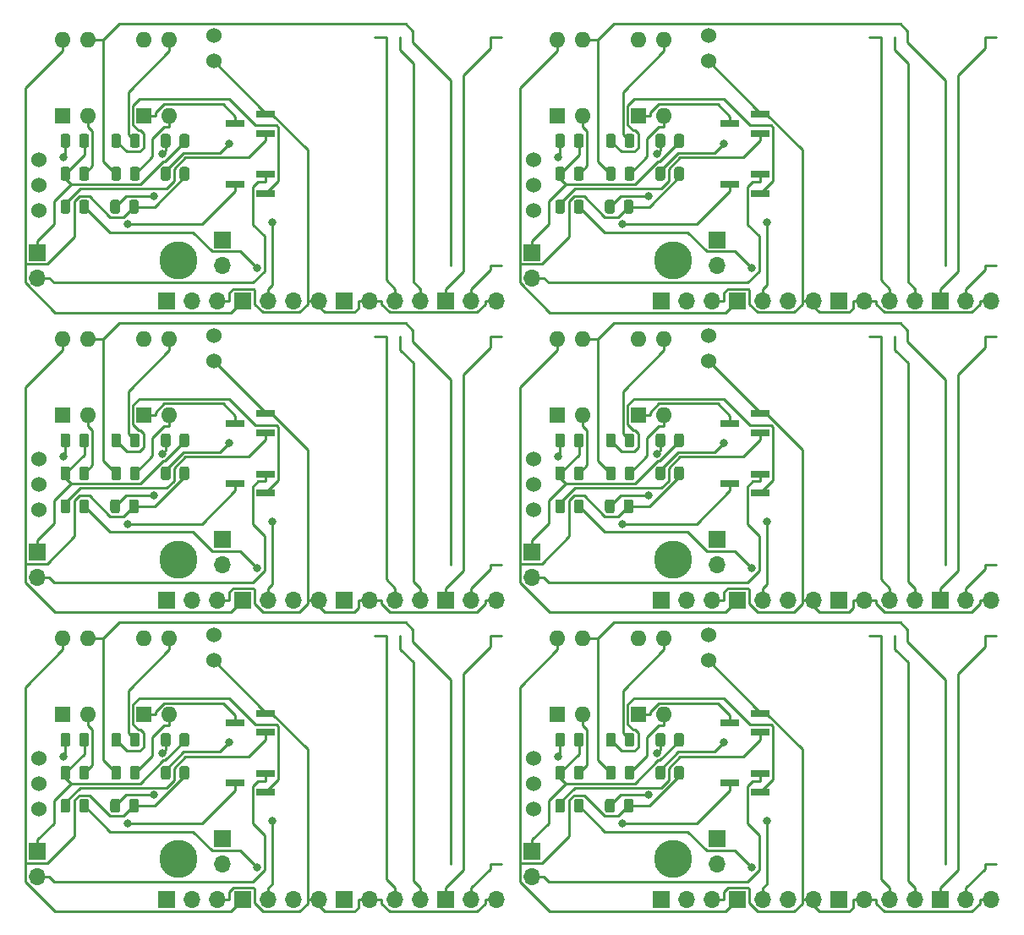
<source format=gbr>
%TF.GenerationSoftware,KiCad,Pcbnew,5.1.6-c6e7f7d~87~ubuntu18.04.1*%
%TF.CreationDate,2020-09-18T10:49:30+02:00*%
%TF.ProjectId,panel,70616e65-6c2e-46b6-9963-61645f706362,rev?*%
%TF.SameCoordinates,Original*%
%TF.FileFunction,Copper,L2,Bot*%
%TF.FilePolarity,Positive*%
%FSLAX46Y46*%
G04 Gerber Fmt 4.6, Leading zero omitted, Abs format (unit mm)*
G04 Created by KiCad (PCBNEW 5.1.6-c6e7f7d~87~ubuntu18.04.1) date 2020-09-18 10:49:30*
%MOMM*%
%LPD*%
G01*
G04 APERTURE LIST*
%TA.AperFunction,ComponentPad*%
%ADD10R,1.600000X1.600000*%
%TD*%
%TA.AperFunction,ComponentPad*%
%ADD11O,1.600000X1.600000*%
%TD*%
%TA.AperFunction,SMDPad,CuDef*%
%ADD12R,1.900000X0.800000*%
%TD*%
%TA.AperFunction,ComponentPad*%
%ADD13R,1.700000X1.700000*%
%TD*%
%TA.AperFunction,ComponentPad*%
%ADD14O,1.700000X1.700000*%
%TD*%
%TA.AperFunction,ComponentPad*%
%ADD15C,1.524000*%
%TD*%
%TA.AperFunction,ComponentPad*%
%ADD16C,3.800000*%
%TD*%
%TA.AperFunction,ViaPad*%
%ADD17C,0.800000*%
%TD*%
%TA.AperFunction,Conductor*%
%ADD18C,0.250000*%
%TD*%
G04 APERTURE END LIST*
D10*
%TO.P,U2,1*%
%TO.N,Board_6-Net-(Q1-Pad3)*%
X111976006Y-119652011D03*
D11*
%TO.P,U2,3*%
%TO.N,Board_6-Net-(R6-Pad2)*%
X114516006Y-112032011D03*
%TO.P,U2,2*%
%TO.N,Board_6-GND*%
X114516006Y-119652011D03*
%TO.P,U2,4*%
%TO.N,Board_6-Net-(D3-Pad1)*%
X111976006Y-112032011D03*
%TD*%
%TO.P,U1,4*%
%TO.N,Board_6-3V3*%
X103848006Y-112032011D03*
%TO.P,U1,2*%
%TO.N,Board_6-Net-(D1-Pad1)*%
X106388006Y-119652011D03*
%TO.P,U1,3*%
%TO.N,Board_6-D7*%
X106388006Y-112032011D03*
D10*
%TO.P,U1,1*%
%TO.N,Board_6-Net-(D2-Pad1)*%
X103848006Y-119652011D03*
%TD*%
%TO.P,R8,1*%
%TO.N,Board_6-Net-(D5-Pad2)*%
%TA.AperFunction,SMDPad,CuDef*%
G36*
G01*
X113647506Y-122648261D02*
X113647506Y-121735761D01*
G75*
G02*
X113891256Y-121492011I243750J0D01*
G01*
X114378756Y-121492011D01*
G75*
G02*
X114622506Y-121735761I0J-243750D01*
G01*
X114622506Y-122648261D01*
G75*
G02*
X114378756Y-122892011I-243750J0D01*
G01*
X113891256Y-122892011D01*
G75*
G02*
X113647506Y-122648261I0J243750D01*
G01*
G37*
%TD.AperFunction*%
%TO.P,R8,2*%
%TO.N,Board_6-A*%
%TA.AperFunction,SMDPad,CuDef*%
G36*
G01*
X115522506Y-122648261D02*
X115522506Y-121735761D01*
G75*
G02*
X115766256Y-121492011I243750J0D01*
G01*
X116253756Y-121492011D01*
G75*
G02*
X116497506Y-121735761I0J-243750D01*
G01*
X116497506Y-122648261D01*
G75*
G02*
X116253756Y-122892011I-243750J0D01*
G01*
X115766256Y-122892011D01*
G75*
G02*
X115522506Y-122648261I0J243750D01*
G01*
G37*
%TD.AperFunction*%
%TD*%
%TO.P,R7,2*%
%TO.N,Board_6-3V3*%
%TA.AperFunction,SMDPad,CuDef*%
G36*
G01*
X115522506Y-125950261D02*
X115522506Y-125037761D01*
G75*
G02*
X115766256Y-124794011I243750J0D01*
G01*
X116253756Y-124794011D01*
G75*
G02*
X116497506Y-125037761I0J-243750D01*
G01*
X116497506Y-125950261D01*
G75*
G02*
X116253756Y-126194011I-243750J0D01*
G01*
X115766256Y-126194011D01*
G75*
G02*
X115522506Y-125950261I0J243750D01*
G01*
G37*
%TD.AperFunction*%
%TO.P,R7,1*%
%TO.N,Board_6-D3*%
%TA.AperFunction,SMDPad,CuDef*%
G36*
G01*
X113647506Y-125950261D02*
X113647506Y-125037761D01*
G75*
G02*
X113891256Y-124794011I243750J0D01*
G01*
X114378756Y-124794011D01*
G75*
G02*
X114622506Y-125037761I0J-243750D01*
G01*
X114622506Y-125950261D01*
G75*
G02*
X114378756Y-126194011I-243750J0D01*
G01*
X113891256Y-126194011D01*
G75*
G02*
X113647506Y-125950261I0J243750D01*
G01*
G37*
%TD.AperFunction*%
%TD*%
%TO.P,R6,2*%
%TO.N,Board_6-Net-(R6-Pad2)*%
%TA.AperFunction,SMDPad,CuDef*%
G36*
G01*
X110569506Y-122648261D02*
X110569506Y-121735761D01*
G75*
G02*
X110813256Y-121492011I243750J0D01*
G01*
X111300756Y-121492011D01*
G75*
G02*
X111544506Y-121735761I0J-243750D01*
G01*
X111544506Y-122648261D01*
G75*
G02*
X111300756Y-122892011I-243750J0D01*
G01*
X110813256Y-122892011D01*
G75*
G02*
X110569506Y-122648261I0J243750D01*
G01*
G37*
%TD.AperFunction*%
%TO.P,R6,1*%
%TO.N,Board_6-Net-(Q2-Pad2)*%
%TA.AperFunction,SMDPad,CuDef*%
G36*
G01*
X108694506Y-122648261D02*
X108694506Y-121735761D01*
G75*
G02*
X108938256Y-121492011I243750J0D01*
G01*
X109425756Y-121492011D01*
G75*
G02*
X109669506Y-121735761I0J-243750D01*
G01*
X109669506Y-122648261D01*
G75*
G02*
X109425756Y-122892011I-243750J0D01*
G01*
X108938256Y-122892011D01*
G75*
G02*
X108694506Y-122648261I0J243750D01*
G01*
G37*
%TD.AperFunction*%
%TD*%
%TO.P,R5,1*%
%TO.N,Board_6-D7*%
%TA.AperFunction,SMDPad,CuDef*%
G36*
G01*
X108694506Y-125950261D02*
X108694506Y-125037761D01*
G75*
G02*
X108938256Y-124794011I243750J0D01*
G01*
X109425756Y-124794011D01*
G75*
G02*
X109669506Y-125037761I0J-243750D01*
G01*
X109669506Y-125950261D01*
G75*
G02*
X109425756Y-126194011I-243750J0D01*
G01*
X108938256Y-126194011D01*
G75*
G02*
X108694506Y-125950261I0J243750D01*
G01*
G37*
%TD.AperFunction*%
%TO.P,R5,2*%
%TO.N,Board_6-GND*%
%TA.AperFunction,SMDPad,CuDef*%
G36*
G01*
X110569506Y-125950261D02*
X110569506Y-125037761D01*
G75*
G02*
X110813256Y-124794011I243750J0D01*
G01*
X111300756Y-124794011D01*
G75*
G02*
X111544506Y-125037761I0J-243750D01*
G01*
X111544506Y-125950261D01*
G75*
G02*
X111300756Y-126194011I-243750J0D01*
G01*
X110813256Y-126194011D01*
G75*
G02*
X110569506Y-125950261I0J243750D01*
G01*
G37*
%TD.AperFunction*%
%TD*%
%TO.P,R4,1*%
%TO.N,Board_6-Net-(Q1-Pad3)*%
%TA.AperFunction,SMDPad,CuDef*%
G36*
G01*
X108597506Y-129252261D02*
X108597506Y-128339761D01*
G75*
G02*
X108841256Y-128096011I243750J0D01*
G01*
X109328756Y-128096011D01*
G75*
G02*
X109572506Y-128339761I0J-243750D01*
G01*
X109572506Y-129252261D01*
G75*
G02*
X109328756Y-129496011I-243750J0D01*
G01*
X108841256Y-129496011D01*
G75*
G02*
X108597506Y-129252261I0J243750D01*
G01*
G37*
%TD.AperFunction*%
%TO.P,R4,2*%
%TO.N,Board_6-3V3*%
%TA.AperFunction,SMDPad,CuDef*%
G36*
G01*
X110472506Y-129252261D02*
X110472506Y-128339761D01*
G75*
G02*
X110716256Y-128096011I243750J0D01*
G01*
X111203756Y-128096011D01*
G75*
G02*
X111447506Y-128339761I0J-243750D01*
G01*
X111447506Y-129252261D01*
G75*
G02*
X111203756Y-129496011I-243750J0D01*
G01*
X110716256Y-129496011D01*
G75*
G02*
X110472506Y-129252261I0J243750D01*
G01*
G37*
%TD.AperFunction*%
%TD*%
%TO.P,R3,2*%
%TO.N,Board_6-A*%
%TA.AperFunction,SMDPad,CuDef*%
G36*
G01*
X105489506Y-122648261D02*
X105489506Y-121735761D01*
G75*
G02*
X105733256Y-121492011I243750J0D01*
G01*
X106220756Y-121492011D01*
G75*
G02*
X106464506Y-121735761I0J-243750D01*
G01*
X106464506Y-122648261D01*
G75*
G02*
X106220756Y-122892011I-243750J0D01*
G01*
X105733256Y-122892011D01*
G75*
G02*
X105489506Y-122648261I0J243750D01*
G01*
G37*
%TD.AperFunction*%
%TO.P,R3,1*%
%TO.N,Board_6-Net-(D2-Pad2)*%
%TA.AperFunction,SMDPad,CuDef*%
G36*
G01*
X103614506Y-122648261D02*
X103614506Y-121735761D01*
G75*
G02*
X103858256Y-121492011I243750J0D01*
G01*
X104345756Y-121492011D01*
G75*
G02*
X104589506Y-121735761I0J-243750D01*
G01*
X104589506Y-122648261D01*
G75*
G02*
X104345756Y-122892011I-243750J0D01*
G01*
X103858256Y-122892011D01*
G75*
G02*
X103614506Y-122648261I0J243750D01*
G01*
G37*
%TD.AperFunction*%
%TD*%
%TO.P,R2,2*%
%TO.N,Board_6-Net-(D1-Pad1)*%
%TA.AperFunction,SMDPad,CuDef*%
G36*
G01*
X105489506Y-125950261D02*
X105489506Y-125037761D01*
G75*
G02*
X105733256Y-124794011I243750J0D01*
G01*
X106220756Y-124794011D01*
G75*
G02*
X106464506Y-125037761I0J-243750D01*
G01*
X106464506Y-125950261D01*
G75*
G02*
X106220756Y-126194011I-243750J0D01*
G01*
X105733256Y-126194011D01*
G75*
G02*
X105489506Y-125950261I0J243750D01*
G01*
G37*
%TD.AperFunction*%
%TO.P,R2,1*%
%TO.N,Board_6-A*%
%TA.AperFunction,SMDPad,CuDef*%
G36*
G01*
X103614506Y-125950261D02*
X103614506Y-125037761D01*
G75*
G02*
X103858256Y-124794011I243750J0D01*
G01*
X104345756Y-124794011D01*
G75*
G02*
X104589506Y-125037761I0J-243750D01*
G01*
X104589506Y-125950261D01*
G75*
G02*
X104345756Y-126194011I-243750J0D01*
G01*
X103858256Y-126194011D01*
G75*
G02*
X103614506Y-125950261I0J243750D01*
G01*
G37*
%TD.AperFunction*%
%TD*%
%TO.P,R1,1*%
%TO.N,Board_6-Net-(Q1-Pad2)*%
%TA.AperFunction,SMDPad,CuDef*%
G36*
G01*
X103614506Y-129252261D02*
X103614506Y-128339761D01*
G75*
G02*
X103858256Y-128096011I243750J0D01*
G01*
X104345756Y-128096011D01*
G75*
G02*
X104589506Y-128339761I0J-243750D01*
G01*
X104589506Y-129252261D01*
G75*
G02*
X104345756Y-129496011I-243750J0D01*
G01*
X103858256Y-129496011D01*
G75*
G02*
X103614506Y-129252261I0J243750D01*
G01*
G37*
%TD.AperFunction*%
%TO.P,R1,2*%
%TO.N,Board_6-D8*%
%TA.AperFunction,SMDPad,CuDef*%
G36*
G01*
X105489506Y-129252261D02*
X105489506Y-128339761D01*
G75*
G02*
X105733256Y-128096011I243750J0D01*
G01*
X106220756Y-128096011D01*
G75*
G02*
X106464506Y-128339761I0J-243750D01*
G01*
X106464506Y-129252261D01*
G75*
G02*
X106220756Y-129496011I-243750J0D01*
G01*
X105733256Y-129496011D01*
G75*
G02*
X105489506Y-129252261I0J243750D01*
G01*
G37*
%TD.AperFunction*%
%TD*%
D12*
%TO.P,Q2,3*%
%TO.N,Board_6-Net-(D3-Pad2)*%
X121120006Y-126510011D03*
%TO.P,Q2,2*%
%TO.N,Board_6-Net-(Q2-Pad2)*%
X124120006Y-127460011D03*
%TO.P,Q2,1*%
%TO.N,Board_6-B*%
X124120006Y-125560011D03*
%TD*%
%TO.P,Q1,1*%
%TO.N,Board_6-GND*%
X124120006Y-119530011D03*
%TO.P,Q1,2*%
%TO.N,Board_6-Net-(Q1-Pad2)*%
X124120006Y-121430011D03*
%TO.P,Q1,3*%
%TO.N,Board_6-Net-(Q1-Pad3)*%
X121120006Y-120480011D03*
%TD*%
D13*
%TO.P,J8,1*%
%TO.N,Board_6-5V*%
X114262006Y-138194011D03*
D14*
%TO.P,J8,2*%
%TO.N,Board_6-D4*%
X116802006Y-138194011D03*
%TO.P,J8,3*%
%TO.N,Board_6-GND*%
X119342006Y-138194011D03*
%TD*%
%TO.P,J7,3*%
%TO.N,Board_6-GND*%
X147282006Y-138194011D03*
%TO.P,J7,2*%
%TO.N,Board_6-3V3*%
X144742006Y-138194011D03*
D13*
%TO.P,J7,1*%
%TO.N,Board_6-5V*%
X142202006Y-138194011D03*
%TD*%
%TO.P,J4,1*%
%TO.N,Board_6-A*%
X101308006Y-133368011D03*
D14*
%TO.P,J4,2*%
%TO.N,Board_6-B*%
X101308006Y-135908011D03*
%TD*%
%TO.P,J3,2*%
%TO.N,Board_6-Net-(J11-Pad3)*%
X119850006Y-134638011D03*
D13*
%TO.P,J3,1*%
%TO.N,Board_6-Net-(D5-Pad1)*%
X119850006Y-132098011D03*
%TD*%
%TO.P,J2,1*%
%TO.N,Board_6-3V3*%
X121882006Y-138194011D03*
D14*
%TO.P,J2,2*%
%TO.N,Board_6-D3*%
X124422006Y-138194011D03*
%TO.P,J2,3*%
%TO.N,Board_6-Net-(J2-Pad3)*%
X126962006Y-138194011D03*
%TO.P,J2,4*%
%TO.N,Board_6-GND*%
X129502006Y-138194011D03*
%TD*%
%TO.P,J1,4*%
%TO.N,Board_6-SDA*%
X139662006Y-138194011D03*
%TO.P,J1,3*%
%TO.N,Board_6-SCL*%
X137122006Y-138194011D03*
%TO.P,J1,2*%
%TO.N,Board_6-GND*%
X134582006Y-138194011D03*
D13*
%TO.P,J1,1*%
%TO.N,Board_6-3V3*%
X132042006Y-138194011D03*
%TD*%
D15*
%TO.P,J11,1*%
%TO.N,Board_6-Net-(J11-Pad1)*%
X101468006Y-129144011D03*
%TO.P,J11,2*%
%TO.N,Board_6-B*%
X101468006Y-126604011D03*
%TO.P,J11,3*%
%TO.N,Board_6-Net-(J11-Pad3)*%
X101468006Y-124064011D03*
%TO.P,J11,4*%
%TO.N,Board_6-5V*%
X118928006Y-111684011D03*
%TO.P,J11,5*%
%TO.N,Board_6-GND*%
X118928006Y-114224011D03*
%TD*%
D16*
%TO.P,M1,1*%
%TO.N,N/C*%
X115405006Y-134130011D03*
%TD*%
D10*
%TO.P,U2,1*%
%TO.N,Board_5-Net-(Q1-Pad3)*%
X62446001Y-119652011D03*
D11*
%TO.P,U2,3*%
%TO.N,Board_5-Net-(R6-Pad2)*%
X64986001Y-112032011D03*
%TO.P,U2,2*%
%TO.N,Board_5-GND*%
X64986001Y-119652011D03*
%TO.P,U2,4*%
%TO.N,Board_5-Net-(D3-Pad1)*%
X62446001Y-112032011D03*
%TD*%
%TO.P,U1,4*%
%TO.N,Board_5-3V3*%
X54318001Y-112032011D03*
%TO.P,U1,2*%
%TO.N,Board_5-Net-(D1-Pad1)*%
X56858001Y-119652011D03*
%TO.P,U1,3*%
%TO.N,Board_5-D7*%
X56858001Y-112032011D03*
D10*
%TO.P,U1,1*%
%TO.N,Board_5-Net-(D2-Pad1)*%
X54318001Y-119652011D03*
%TD*%
%TO.P,R8,1*%
%TO.N,Board_5-Net-(D5-Pad2)*%
%TA.AperFunction,SMDPad,CuDef*%
G36*
G01*
X64117501Y-122648261D02*
X64117501Y-121735761D01*
G75*
G02*
X64361251Y-121492011I243750J0D01*
G01*
X64848751Y-121492011D01*
G75*
G02*
X65092501Y-121735761I0J-243750D01*
G01*
X65092501Y-122648261D01*
G75*
G02*
X64848751Y-122892011I-243750J0D01*
G01*
X64361251Y-122892011D01*
G75*
G02*
X64117501Y-122648261I0J243750D01*
G01*
G37*
%TD.AperFunction*%
%TO.P,R8,2*%
%TO.N,Board_5-A*%
%TA.AperFunction,SMDPad,CuDef*%
G36*
G01*
X65992501Y-122648261D02*
X65992501Y-121735761D01*
G75*
G02*
X66236251Y-121492011I243750J0D01*
G01*
X66723751Y-121492011D01*
G75*
G02*
X66967501Y-121735761I0J-243750D01*
G01*
X66967501Y-122648261D01*
G75*
G02*
X66723751Y-122892011I-243750J0D01*
G01*
X66236251Y-122892011D01*
G75*
G02*
X65992501Y-122648261I0J243750D01*
G01*
G37*
%TD.AperFunction*%
%TD*%
%TO.P,R7,2*%
%TO.N,Board_5-3V3*%
%TA.AperFunction,SMDPad,CuDef*%
G36*
G01*
X65992501Y-125950261D02*
X65992501Y-125037761D01*
G75*
G02*
X66236251Y-124794011I243750J0D01*
G01*
X66723751Y-124794011D01*
G75*
G02*
X66967501Y-125037761I0J-243750D01*
G01*
X66967501Y-125950261D01*
G75*
G02*
X66723751Y-126194011I-243750J0D01*
G01*
X66236251Y-126194011D01*
G75*
G02*
X65992501Y-125950261I0J243750D01*
G01*
G37*
%TD.AperFunction*%
%TO.P,R7,1*%
%TO.N,Board_5-D3*%
%TA.AperFunction,SMDPad,CuDef*%
G36*
G01*
X64117501Y-125950261D02*
X64117501Y-125037761D01*
G75*
G02*
X64361251Y-124794011I243750J0D01*
G01*
X64848751Y-124794011D01*
G75*
G02*
X65092501Y-125037761I0J-243750D01*
G01*
X65092501Y-125950261D01*
G75*
G02*
X64848751Y-126194011I-243750J0D01*
G01*
X64361251Y-126194011D01*
G75*
G02*
X64117501Y-125950261I0J243750D01*
G01*
G37*
%TD.AperFunction*%
%TD*%
%TO.P,R6,2*%
%TO.N,Board_5-Net-(R6-Pad2)*%
%TA.AperFunction,SMDPad,CuDef*%
G36*
G01*
X61039501Y-122648261D02*
X61039501Y-121735761D01*
G75*
G02*
X61283251Y-121492011I243750J0D01*
G01*
X61770751Y-121492011D01*
G75*
G02*
X62014501Y-121735761I0J-243750D01*
G01*
X62014501Y-122648261D01*
G75*
G02*
X61770751Y-122892011I-243750J0D01*
G01*
X61283251Y-122892011D01*
G75*
G02*
X61039501Y-122648261I0J243750D01*
G01*
G37*
%TD.AperFunction*%
%TO.P,R6,1*%
%TO.N,Board_5-Net-(Q2-Pad2)*%
%TA.AperFunction,SMDPad,CuDef*%
G36*
G01*
X59164501Y-122648261D02*
X59164501Y-121735761D01*
G75*
G02*
X59408251Y-121492011I243750J0D01*
G01*
X59895751Y-121492011D01*
G75*
G02*
X60139501Y-121735761I0J-243750D01*
G01*
X60139501Y-122648261D01*
G75*
G02*
X59895751Y-122892011I-243750J0D01*
G01*
X59408251Y-122892011D01*
G75*
G02*
X59164501Y-122648261I0J243750D01*
G01*
G37*
%TD.AperFunction*%
%TD*%
%TO.P,R5,1*%
%TO.N,Board_5-D7*%
%TA.AperFunction,SMDPad,CuDef*%
G36*
G01*
X59164501Y-125950261D02*
X59164501Y-125037761D01*
G75*
G02*
X59408251Y-124794011I243750J0D01*
G01*
X59895751Y-124794011D01*
G75*
G02*
X60139501Y-125037761I0J-243750D01*
G01*
X60139501Y-125950261D01*
G75*
G02*
X59895751Y-126194011I-243750J0D01*
G01*
X59408251Y-126194011D01*
G75*
G02*
X59164501Y-125950261I0J243750D01*
G01*
G37*
%TD.AperFunction*%
%TO.P,R5,2*%
%TO.N,Board_5-GND*%
%TA.AperFunction,SMDPad,CuDef*%
G36*
G01*
X61039501Y-125950261D02*
X61039501Y-125037761D01*
G75*
G02*
X61283251Y-124794011I243750J0D01*
G01*
X61770751Y-124794011D01*
G75*
G02*
X62014501Y-125037761I0J-243750D01*
G01*
X62014501Y-125950261D01*
G75*
G02*
X61770751Y-126194011I-243750J0D01*
G01*
X61283251Y-126194011D01*
G75*
G02*
X61039501Y-125950261I0J243750D01*
G01*
G37*
%TD.AperFunction*%
%TD*%
%TO.P,R4,1*%
%TO.N,Board_5-Net-(Q1-Pad3)*%
%TA.AperFunction,SMDPad,CuDef*%
G36*
G01*
X59067501Y-129252261D02*
X59067501Y-128339761D01*
G75*
G02*
X59311251Y-128096011I243750J0D01*
G01*
X59798751Y-128096011D01*
G75*
G02*
X60042501Y-128339761I0J-243750D01*
G01*
X60042501Y-129252261D01*
G75*
G02*
X59798751Y-129496011I-243750J0D01*
G01*
X59311251Y-129496011D01*
G75*
G02*
X59067501Y-129252261I0J243750D01*
G01*
G37*
%TD.AperFunction*%
%TO.P,R4,2*%
%TO.N,Board_5-3V3*%
%TA.AperFunction,SMDPad,CuDef*%
G36*
G01*
X60942501Y-129252261D02*
X60942501Y-128339761D01*
G75*
G02*
X61186251Y-128096011I243750J0D01*
G01*
X61673751Y-128096011D01*
G75*
G02*
X61917501Y-128339761I0J-243750D01*
G01*
X61917501Y-129252261D01*
G75*
G02*
X61673751Y-129496011I-243750J0D01*
G01*
X61186251Y-129496011D01*
G75*
G02*
X60942501Y-129252261I0J243750D01*
G01*
G37*
%TD.AperFunction*%
%TD*%
%TO.P,R3,2*%
%TO.N,Board_5-A*%
%TA.AperFunction,SMDPad,CuDef*%
G36*
G01*
X55959501Y-122648261D02*
X55959501Y-121735761D01*
G75*
G02*
X56203251Y-121492011I243750J0D01*
G01*
X56690751Y-121492011D01*
G75*
G02*
X56934501Y-121735761I0J-243750D01*
G01*
X56934501Y-122648261D01*
G75*
G02*
X56690751Y-122892011I-243750J0D01*
G01*
X56203251Y-122892011D01*
G75*
G02*
X55959501Y-122648261I0J243750D01*
G01*
G37*
%TD.AperFunction*%
%TO.P,R3,1*%
%TO.N,Board_5-Net-(D2-Pad2)*%
%TA.AperFunction,SMDPad,CuDef*%
G36*
G01*
X54084501Y-122648261D02*
X54084501Y-121735761D01*
G75*
G02*
X54328251Y-121492011I243750J0D01*
G01*
X54815751Y-121492011D01*
G75*
G02*
X55059501Y-121735761I0J-243750D01*
G01*
X55059501Y-122648261D01*
G75*
G02*
X54815751Y-122892011I-243750J0D01*
G01*
X54328251Y-122892011D01*
G75*
G02*
X54084501Y-122648261I0J243750D01*
G01*
G37*
%TD.AperFunction*%
%TD*%
%TO.P,R2,2*%
%TO.N,Board_5-Net-(D1-Pad1)*%
%TA.AperFunction,SMDPad,CuDef*%
G36*
G01*
X55959501Y-125950261D02*
X55959501Y-125037761D01*
G75*
G02*
X56203251Y-124794011I243750J0D01*
G01*
X56690751Y-124794011D01*
G75*
G02*
X56934501Y-125037761I0J-243750D01*
G01*
X56934501Y-125950261D01*
G75*
G02*
X56690751Y-126194011I-243750J0D01*
G01*
X56203251Y-126194011D01*
G75*
G02*
X55959501Y-125950261I0J243750D01*
G01*
G37*
%TD.AperFunction*%
%TO.P,R2,1*%
%TO.N,Board_5-A*%
%TA.AperFunction,SMDPad,CuDef*%
G36*
G01*
X54084501Y-125950261D02*
X54084501Y-125037761D01*
G75*
G02*
X54328251Y-124794011I243750J0D01*
G01*
X54815751Y-124794011D01*
G75*
G02*
X55059501Y-125037761I0J-243750D01*
G01*
X55059501Y-125950261D01*
G75*
G02*
X54815751Y-126194011I-243750J0D01*
G01*
X54328251Y-126194011D01*
G75*
G02*
X54084501Y-125950261I0J243750D01*
G01*
G37*
%TD.AperFunction*%
%TD*%
%TO.P,R1,1*%
%TO.N,Board_5-Net-(Q1-Pad2)*%
%TA.AperFunction,SMDPad,CuDef*%
G36*
G01*
X54084501Y-129252261D02*
X54084501Y-128339761D01*
G75*
G02*
X54328251Y-128096011I243750J0D01*
G01*
X54815751Y-128096011D01*
G75*
G02*
X55059501Y-128339761I0J-243750D01*
G01*
X55059501Y-129252261D01*
G75*
G02*
X54815751Y-129496011I-243750J0D01*
G01*
X54328251Y-129496011D01*
G75*
G02*
X54084501Y-129252261I0J243750D01*
G01*
G37*
%TD.AperFunction*%
%TO.P,R1,2*%
%TO.N,Board_5-D8*%
%TA.AperFunction,SMDPad,CuDef*%
G36*
G01*
X55959501Y-129252261D02*
X55959501Y-128339761D01*
G75*
G02*
X56203251Y-128096011I243750J0D01*
G01*
X56690751Y-128096011D01*
G75*
G02*
X56934501Y-128339761I0J-243750D01*
G01*
X56934501Y-129252261D01*
G75*
G02*
X56690751Y-129496011I-243750J0D01*
G01*
X56203251Y-129496011D01*
G75*
G02*
X55959501Y-129252261I0J243750D01*
G01*
G37*
%TD.AperFunction*%
%TD*%
D12*
%TO.P,Q2,3*%
%TO.N,Board_5-Net-(D3-Pad2)*%
X71590001Y-126510011D03*
%TO.P,Q2,2*%
%TO.N,Board_5-Net-(Q2-Pad2)*%
X74590001Y-127460011D03*
%TO.P,Q2,1*%
%TO.N,Board_5-B*%
X74590001Y-125560011D03*
%TD*%
%TO.P,Q1,1*%
%TO.N,Board_5-GND*%
X74590001Y-119530011D03*
%TO.P,Q1,2*%
%TO.N,Board_5-Net-(Q1-Pad2)*%
X74590001Y-121430011D03*
%TO.P,Q1,3*%
%TO.N,Board_5-Net-(Q1-Pad3)*%
X71590001Y-120480011D03*
%TD*%
D13*
%TO.P,J8,1*%
%TO.N,Board_5-5V*%
X64732001Y-138194011D03*
D14*
%TO.P,J8,2*%
%TO.N,Board_5-D4*%
X67272001Y-138194011D03*
%TO.P,J8,3*%
%TO.N,Board_5-GND*%
X69812001Y-138194011D03*
%TD*%
%TO.P,J7,3*%
%TO.N,Board_5-GND*%
X97752001Y-138194011D03*
%TO.P,J7,2*%
%TO.N,Board_5-3V3*%
X95212001Y-138194011D03*
D13*
%TO.P,J7,1*%
%TO.N,Board_5-5V*%
X92672001Y-138194011D03*
%TD*%
%TO.P,J4,1*%
%TO.N,Board_5-A*%
X51778001Y-133368011D03*
D14*
%TO.P,J4,2*%
%TO.N,Board_5-B*%
X51778001Y-135908011D03*
%TD*%
%TO.P,J3,2*%
%TO.N,Board_5-Net-(J11-Pad3)*%
X70320001Y-134638011D03*
D13*
%TO.P,J3,1*%
%TO.N,Board_5-Net-(D5-Pad1)*%
X70320001Y-132098011D03*
%TD*%
%TO.P,J2,1*%
%TO.N,Board_5-3V3*%
X72352001Y-138194011D03*
D14*
%TO.P,J2,2*%
%TO.N,Board_5-D3*%
X74892001Y-138194011D03*
%TO.P,J2,3*%
%TO.N,Board_5-Net-(J2-Pad3)*%
X77432001Y-138194011D03*
%TO.P,J2,4*%
%TO.N,Board_5-GND*%
X79972001Y-138194011D03*
%TD*%
%TO.P,J1,4*%
%TO.N,Board_5-SDA*%
X90132001Y-138194011D03*
%TO.P,J1,3*%
%TO.N,Board_5-SCL*%
X87592001Y-138194011D03*
%TO.P,J1,2*%
%TO.N,Board_5-GND*%
X85052001Y-138194011D03*
D13*
%TO.P,J1,1*%
%TO.N,Board_5-3V3*%
X82512001Y-138194011D03*
%TD*%
D15*
%TO.P,J11,1*%
%TO.N,Board_5-Net-(J11-Pad1)*%
X51938001Y-129144011D03*
%TO.P,J11,2*%
%TO.N,Board_5-B*%
X51938001Y-126604011D03*
%TO.P,J11,3*%
%TO.N,Board_5-Net-(J11-Pad3)*%
X51938001Y-124064011D03*
%TO.P,J11,4*%
%TO.N,Board_5-5V*%
X69398001Y-111684011D03*
%TO.P,J11,5*%
%TO.N,Board_5-GND*%
X69398001Y-114224011D03*
%TD*%
D16*
%TO.P,M1,1*%
%TO.N,N/C*%
X65875001Y-134130011D03*
%TD*%
D10*
%TO.P,U2,1*%
%TO.N,Board_4-Net-(Q1-Pad3)*%
X111976006Y-89652006D03*
D11*
%TO.P,U2,3*%
%TO.N,Board_4-Net-(R6-Pad2)*%
X114516006Y-82032006D03*
%TO.P,U2,2*%
%TO.N,Board_4-GND*%
X114516006Y-89652006D03*
%TO.P,U2,4*%
%TO.N,Board_4-Net-(D3-Pad1)*%
X111976006Y-82032006D03*
%TD*%
%TO.P,U1,4*%
%TO.N,Board_4-3V3*%
X103848006Y-82032006D03*
%TO.P,U1,2*%
%TO.N,Board_4-Net-(D1-Pad1)*%
X106388006Y-89652006D03*
%TO.P,U1,3*%
%TO.N,Board_4-D7*%
X106388006Y-82032006D03*
D10*
%TO.P,U1,1*%
%TO.N,Board_4-Net-(D2-Pad1)*%
X103848006Y-89652006D03*
%TD*%
%TO.P,R8,1*%
%TO.N,Board_4-Net-(D5-Pad2)*%
%TA.AperFunction,SMDPad,CuDef*%
G36*
G01*
X113647506Y-92648256D02*
X113647506Y-91735756D01*
G75*
G02*
X113891256Y-91492006I243750J0D01*
G01*
X114378756Y-91492006D01*
G75*
G02*
X114622506Y-91735756I0J-243750D01*
G01*
X114622506Y-92648256D01*
G75*
G02*
X114378756Y-92892006I-243750J0D01*
G01*
X113891256Y-92892006D01*
G75*
G02*
X113647506Y-92648256I0J243750D01*
G01*
G37*
%TD.AperFunction*%
%TO.P,R8,2*%
%TO.N,Board_4-A*%
%TA.AperFunction,SMDPad,CuDef*%
G36*
G01*
X115522506Y-92648256D02*
X115522506Y-91735756D01*
G75*
G02*
X115766256Y-91492006I243750J0D01*
G01*
X116253756Y-91492006D01*
G75*
G02*
X116497506Y-91735756I0J-243750D01*
G01*
X116497506Y-92648256D01*
G75*
G02*
X116253756Y-92892006I-243750J0D01*
G01*
X115766256Y-92892006D01*
G75*
G02*
X115522506Y-92648256I0J243750D01*
G01*
G37*
%TD.AperFunction*%
%TD*%
%TO.P,R7,2*%
%TO.N,Board_4-3V3*%
%TA.AperFunction,SMDPad,CuDef*%
G36*
G01*
X115522506Y-95950256D02*
X115522506Y-95037756D01*
G75*
G02*
X115766256Y-94794006I243750J0D01*
G01*
X116253756Y-94794006D01*
G75*
G02*
X116497506Y-95037756I0J-243750D01*
G01*
X116497506Y-95950256D01*
G75*
G02*
X116253756Y-96194006I-243750J0D01*
G01*
X115766256Y-96194006D01*
G75*
G02*
X115522506Y-95950256I0J243750D01*
G01*
G37*
%TD.AperFunction*%
%TO.P,R7,1*%
%TO.N,Board_4-D3*%
%TA.AperFunction,SMDPad,CuDef*%
G36*
G01*
X113647506Y-95950256D02*
X113647506Y-95037756D01*
G75*
G02*
X113891256Y-94794006I243750J0D01*
G01*
X114378756Y-94794006D01*
G75*
G02*
X114622506Y-95037756I0J-243750D01*
G01*
X114622506Y-95950256D01*
G75*
G02*
X114378756Y-96194006I-243750J0D01*
G01*
X113891256Y-96194006D01*
G75*
G02*
X113647506Y-95950256I0J243750D01*
G01*
G37*
%TD.AperFunction*%
%TD*%
%TO.P,R6,2*%
%TO.N,Board_4-Net-(R6-Pad2)*%
%TA.AperFunction,SMDPad,CuDef*%
G36*
G01*
X110569506Y-92648256D02*
X110569506Y-91735756D01*
G75*
G02*
X110813256Y-91492006I243750J0D01*
G01*
X111300756Y-91492006D01*
G75*
G02*
X111544506Y-91735756I0J-243750D01*
G01*
X111544506Y-92648256D01*
G75*
G02*
X111300756Y-92892006I-243750J0D01*
G01*
X110813256Y-92892006D01*
G75*
G02*
X110569506Y-92648256I0J243750D01*
G01*
G37*
%TD.AperFunction*%
%TO.P,R6,1*%
%TO.N,Board_4-Net-(Q2-Pad2)*%
%TA.AperFunction,SMDPad,CuDef*%
G36*
G01*
X108694506Y-92648256D02*
X108694506Y-91735756D01*
G75*
G02*
X108938256Y-91492006I243750J0D01*
G01*
X109425756Y-91492006D01*
G75*
G02*
X109669506Y-91735756I0J-243750D01*
G01*
X109669506Y-92648256D01*
G75*
G02*
X109425756Y-92892006I-243750J0D01*
G01*
X108938256Y-92892006D01*
G75*
G02*
X108694506Y-92648256I0J243750D01*
G01*
G37*
%TD.AperFunction*%
%TD*%
%TO.P,R5,1*%
%TO.N,Board_4-D7*%
%TA.AperFunction,SMDPad,CuDef*%
G36*
G01*
X108694506Y-95950256D02*
X108694506Y-95037756D01*
G75*
G02*
X108938256Y-94794006I243750J0D01*
G01*
X109425756Y-94794006D01*
G75*
G02*
X109669506Y-95037756I0J-243750D01*
G01*
X109669506Y-95950256D01*
G75*
G02*
X109425756Y-96194006I-243750J0D01*
G01*
X108938256Y-96194006D01*
G75*
G02*
X108694506Y-95950256I0J243750D01*
G01*
G37*
%TD.AperFunction*%
%TO.P,R5,2*%
%TO.N,Board_4-GND*%
%TA.AperFunction,SMDPad,CuDef*%
G36*
G01*
X110569506Y-95950256D02*
X110569506Y-95037756D01*
G75*
G02*
X110813256Y-94794006I243750J0D01*
G01*
X111300756Y-94794006D01*
G75*
G02*
X111544506Y-95037756I0J-243750D01*
G01*
X111544506Y-95950256D01*
G75*
G02*
X111300756Y-96194006I-243750J0D01*
G01*
X110813256Y-96194006D01*
G75*
G02*
X110569506Y-95950256I0J243750D01*
G01*
G37*
%TD.AperFunction*%
%TD*%
%TO.P,R4,1*%
%TO.N,Board_4-Net-(Q1-Pad3)*%
%TA.AperFunction,SMDPad,CuDef*%
G36*
G01*
X108597506Y-99252256D02*
X108597506Y-98339756D01*
G75*
G02*
X108841256Y-98096006I243750J0D01*
G01*
X109328756Y-98096006D01*
G75*
G02*
X109572506Y-98339756I0J-243750D01*
G01*
X109572506Y-99252256D01*
G75*
G02*
X109328756Y-99496006I-243750J0D01*
G01*
X108841256Y-99496006D01*
G75*
G02*
X108597506Y-99252256I0J243750D01*
G01*
G37*
%TD.AperFunction*%
%TO.P,R4,2*%
%TO.N,Board_4-3V3*%
%TA.AperFunction,SMDPad,CuDef*%
G36*
G01*
X110472506Y-99252256D02*
X110472506Y-98339756D01*
G75*
G02*
X110716256Y-98096006I243750J0D01*
G01*
X111203756Y-98096006D01*
G75*
G02*
X111447506Y-98339756I0J-243750D01*
G01*
X111447506Y-99252256D01*
G75*
G02*
X111203756Y-99496006I-243750J0D01*
G01*
X110716256Y-99496006D01*
G75*
G02*
X110472506Y-99252256I0J243750D01*
G01*
G37*
%TD.AperFunction*%
%TD*%
%TO.P,R3,2*%
%TO.N,Board_4-A*%
%TA.AperFunction,SMDPad,CuDef*%
G36*
G01*
X105489506Y-92648256D02*
X105489506Y-91735756D01*
G75*
G02*
X105733256Y-91492006I243750J0D01*
G01*
X106220756Y-91492006D01*
G75*
G02*
X106464506Y-91735756I0J-243750D01*
G01*
X106464506Y-92648256D01*
G75*
G02*
X106220756Y-92892006I-243750J0D01*
G01*
X105733256Y-92892006D01*
G75*
G02*
X105489506Y-92648256I0J243750D01*
G01*
G37*
%TD.AperFunction*%
%TO.P,R3,1*%
%TO.N,Board_4-Net-(D2-Pad2)*%
%TA.AperFunction,SMDPad,CuDef*%
G36*
G01*
X103614506Y-92648256D02*
X103614506Y-91735756D01*
G75*
G02*
X103858256Y-91492006I243750J0D01*
G01*
X104345756Y-91492006D01*
G75*
G02*
X104589506Y-91735756I0J-243750D01*
G01*
X104589506Y-92648256D01*
G75*
G02*
X104345756Y-92892006I-243750J0D01*
G01*
X103858256Y-92892006D01*
G75*
G02*
X103614506Y-92648256I0J243750D01*
G01*
G37*
%TD.AperFunction*%
%TD*%
%TO.P,R2,2*%
%TO.N,Board_4-Net-(D1-Pad1)*%
%TA.AperFunction,SMDPad,CuDef*%
G36*
G01*
X105489506Y-95950256D02*
X105489506Y-95037756D01*
G75*
G02*
X105733256Y-94794006I243750J0D01*
G01*
X106220756Y-94794006D01*
G75*
G02*
X106464506Y-95037756I0J-243750D01*
G01*
X106464506Y-95950256D01*
G75*
G02*
X106220756Y-96194006I-243750J0D01*
G01*
X105733256Y-96194006D01*
G75*
G02*
X105489506Y-95950256I0J243750D01*
G01*
G37*
%TD.AperFunction*%
%TO.P,R2,1*%
%TO.N,Board_4-A*%
%TA.AperFunction,SMDPad,CuDef*%
G36*
G01*
X103614506Y-95950256D02*
X103614506Y-95037756D01*
G75*
G02*
X103858256Y-94794006I243750J0D01*
G01*
X104345756Y-94794006D01*
G75*
G02*
X104589506Y-95037756I0J-243750D01*
G01*
X104589506Y-95950256D01*
G75*
G02*
X104345756Y-96194006I-243750J0D01*
G01*
X103858256Y-96194006D01*
G75*
G02*
X103614506Y-95950256I0J243750D01*
G01*
G37*
%TD.AperFunction*%
%TD*%
%TO.P,R1,1*%
%TO.N,Board_4-Net-(Q1-Pad2)*%
%TA.AperFunction,SMDPad,CuDef*%
G36*
G01*
X103614506Y-99252256D02*
X103614506Y-98339756D01*
G75*
G02*
X103858256Y-98096006I243750J0D01*
G01*
X104345756Y-98096006D01*
G75*
G02*
X104589506Y-98339756I0J-243750D01*
G01*
X104589506Y-99252256D01*
G75*
G02*
X104345756Y-99496006I-243750J0D01*
G01*
X103858256Y-99496006D01*
G75*
G02*
X103614506Y-99252256I0J243750D01*
G01*
G37*
%TD.AperFunction*%
%TO.P,R1,2*%
%TO.N,Board_4-D8*%
%TA.AperFunction,SMDPad,CuDef*%
G36*
G01*
X105489506Y-99252256D02*
X105489506Y-98339756D01*
G75*
G02*
X105733256Y-98096006I243750J0D01*
G01*
X106220756Y-98096006D01*
G75*
G02*
X106464506Y-98339756I0J-243750D01*
G01*
X106464506Y-99252256D01*
G75*
G02*
X106220756Y-99496006I-243750J0D01*
G01*
X105733256Y-99496006D01*
G75*
G02*
X105489506Y-99252256I0J243750D01*
G01*
G37*
%TD.AperFunction*%
%TD*%
D12*
%TO.P,Q2,3*%
%TO.N,Board_4-Net-(D3-Pad2)*%
X121120006Y-96510006D03*
%TO.P,Q2,2*%
%TO.N,Board_4-Net-(Q2-Pad2)*%
X124120006Y-97460006D03*
%TO.P,Q2,1*%
%TO.N,Board_4-B*%
X124120006Y-95560006D03*
%TD*%
%TO.P,Q1,1*%
%TO.N,Board_4-GND*%
X124120006Y-89530006D03*
%TO.P,Q1,2*%
%TO.N,Board_4-Net-(Q1-Pad2)*%
X124120006Y-91430006D03*
%TO.P,Q1,3*%
%TO.N,Board_4-Net-(Q1-Pad3)*%
X121120006Y-90480006D03*
%TD*%
D13*
%TO.P,J8,1*%
%TO.N,Board_4-5V*%
X114262006Y-108194006D03*
D14*
%TO.P,J8,2*%
%TO.N,Board_4-D4*%
X116802006Y-108194006D03*
%TO.P,J8,3*%
%TO.N,Board_4-GND*%
X119342006Y-108194006D03*
%TD*%
%TO.P,J7,3*%
%TO.N,Board_4-GND*%
X147282006Y-108194006D03*
%TO.P,J7,2*%
%TO.N,Board_4-3V3*%
X144742006Y-108194006D03*
D13*
%TO.P,J7,1*%
%TO.N,Board_4-5V*%
X142202006Y-108194006D03*
%TD*%
%TO.P,J4,1*%
%TO.N,Board_4-A*%
X101308006Y-103368006D03*
D14*
%TO.P,J4,2*%
%TO.N,Board_4-B*%
X101308006Y-105908006D03*
%TD*%
%TO.P,J3,2*%
%TO.N,Board_4-Net-(J11-Pad3)*%
X119850006Y-104638006D03*
D13*
%TO.P,J3,1*%
%TO.N,Board_4-Net-(D5-Pad1)*%
X119850006Y-102098006D03*
%TD*%
%TO.P,J2,1*%
%TO.N,Board_4-3V3*%
X121882006Y-108194006D03*
D14*
%TO.P,J2,2*%
%TO.N,Board_4-D3*%
X124422006Y-108194006D03*
%TO.P,J2,3*%
%TO.N,Board_4-Net-(J2-Pad3)*%
X126962006Y-108194006D03*
%TO.P,J2,4*%
%TO.N,Board_4-GND*%
X129502006Y-108194006D03*
%TD*%
%TO.P,J1,4*%
%TO.N,Board_4-SDA*%
X139662006Y-108194006D03*
%TO.P,J1,3*%
%TO.N,Board_4-SCL*%
X137122006Y-108194006D03*
%TO.P,J1,2*%
%TO.N,Board_4-GND*%
X134582006Y-108194006D03*
D13*
%TO.P,J1,1*%
%TO.N,Board_4-3V3*%
X132042006Y-108194006D03*
%TD*%
D15*
%TO.P,J11,1*%
%TO.N,Board_4-Net-(J11-Pad1)*%
X101468006Y-99144006D03*
%TO.P,J11,2*%
%TO.N,Board_4-B*%
X101468006Y-96604006D03*
%TO.P,J11,3*%
%TO.N,Board_4-Net-(J11-Pad3)*%
X101468006Y-94064006D03*
%TO.P,J11,4*%
%TO.N,Board_4-5V*%
X118928006Y-81684006D03*
%TO.P,J11,5*%
%TO.N,Board_4-GND*%
X118928006Y-84224006D03*
%TD*%
D16*
%TO.P,M1,1*%
%TO.N,N/C*%
X115405006Y-104130006D03*
%TD*%
D10*
%TO.P,U2,1*%
%TO.N,Board_3-Net-(Q1-Pad3)*%
X62446001Y-89652006D03*
D11*
%TO.P,U2,3*%
%TO.N,Board_3-Net-(R6-Pad2)*%
X64986001Y-82032006D03*
%TO.P,U2,2*%
%TO.N,Board_3-GND*%
X64986001Y-89652006D03*
%TO.P,U2,4*%
%TO.N,Board_3-Net-(D3-Pad1)*%
X62446001Y-82032006D03*
%TD*%
%TO.P,U1,4*%
%TO.N,Board_3-3V3*%
X54318001Y-82032006D03*
%TO.P,U1,2*%
%TO.N,Board_3-Net-(D1-Pad1)*%
X56858001Y-89652006D03*
%TO.P,U1,3*%
%TO.N,Board_3-D7*%
X56858001Y-82032006D03*
D10*
%TO.P,U1,1*%
%TO.N,Board_3-Net-(D2-Pad1)*%
X54318001Y-89652006D03*
%TD*%
%TO.P,R8,1*%
%TO.N,Board_3-Net-(D5-Pad2)*%
%TA.AperFunction,SMDPad,CuDef*%
G36*
G01*
X64117501Y-92648256D02*
X64117501Y-91735756D01*
G75*
G02*
X64361251Y-91492006I243750J0D01*
G01*
X64848751Y-91492006D01*
G75*
G02*
X65092501Y-91735756I0J-243750D01*
G01*
X65092501Y-92648256D01*
G75*
G02*
X64848751Y-92892006I-243750J0D01*
G01*
X64361251Y-92892006D01*
G75*
G02*
X64117501Y-92648256I0J243750D01*
G01*
G37*
%TD.AperFunction*%
%TO.P,R8,2*%
%TO.N,Board_3-A*%
%TA.AperFunction,SMDPad,CuDef*%
G36*
G01*
X65992501Y-92648256D02*
X65992501Y-91735756D01*
G75*
G02*
X66236251Y-91492006I243750J0D01*
G01*
X66723751Y-91492006D01*
G75*
G02*
X66967501Y-91735756I0J-243750D01*
G01*
X66967501Y-92648256D01*
G75*
G02*
X66723751Y-92892006I-243750J0D01*
G01*
X66236251Y-92892006D01*
G75*
G02*
X65992501Y-92648256I0J243750D01*
G01*
G37*
%TD.AperFunction*%
%TD*%
%TO.P,R7,2*%
%TO.N,Board_3-3V3*%
%TA.AperFunction,SMDPad,CuDef*%
G36*
G01*
X65992501Y-95950256D02*
X65992501Y-95037756D01*
G75*
G02*
X66236251Y-94794006I243750J0D01*
G01*
X66723751Y-94794006D01*
G75*
G02*
X66967501Y-95037756I0J-243750D01*
G01*
X66967501Y-95950256D01*
G75*
G02*
X66723751Y-96194006I-243750J0D01*
G01*
X66236251Y-96194006D01*
G75*
G02*
X65992501Y-95950256I0J243750D01*
G01*
G37*
%TD.AperFunction*%
%TO.P,R7,1*%
%TO.N,Board_3-D3*%
%TA.AperFunction,SMDPad,CuDef*%
G36*
G01*
X64117501Y-95950256D02*
X64117501Y-95037756D01*
G75*
G02*
X64361251Y-94794006I243750J0D01*
G01*
X64848751Y-94794006D01*
G75*
G02*
X65092501Y-95037756I0J-243750D01*
G01*
X65092501Y-95950256D01*
G75*
G02*
X64848751Y-96194006I-243750J0D01*
G01*
X64361251Y-96194006D01*
G75*
G02*
X64117501Y-95950256I0J243750D01*
G01*
G37*
%TD.AperFunction*%
%TD*%
%TO.P,R6,2*%
%TO.N,Board_3-Net-(R6-Pad2)*%
%TA.AperFunction,SMDPad,CuDef*%
G36*
G01*
X61039501Y-92648256D02*
X61039501Y-91735756D01*
G75*
G02*
X61283251Y-91492006I243750J0D01*
G01*
X61770751Y-91492006D01*
G75*
G02*
X62014501Y-91735756I0J-243750D01*
G01*
X62014501Y-92648256D01*
G75*
G02*
X61770751Y-92892006I-243750J0D01*
G01*
X61283251Y-92892006D01*
G75*
G02*
X61039501Y-92648256I0J243750D01*
G01*
G37*
%TD.AperFunction*%
%TO.P,R6,1*%
%TO.N,Board_3-Net-(Q2-Pad2)*%
%TA.AperFunction,SMDPad,CuDef*%
G36*
G01*
X59164501Y-92648256D02*
X59164501Y-91735756D01*
G75*
G02*
X59408251Y-91492006I243750J0D01*
G01*
X59895751Y-91492006D01*
G75*
G02*
X60139501Y-91735756I0J-243750D01*
G01*
X60139501Y-92648256D01*
G75*
G02*
X59895751Y-92892006I-243750J0D01*
G01*
X59408251Y-92892006D01*
G75*
G02*
X59164501Y-92648256I0J243750D01*
G01*
G37*
%TD.AperFunction*%
%TD*%
%TO.P,R5,1*%
%TO.N,Board_3-D7*%
%TA.AperFunction,SMDPad,CuDef*%
G36*
G01*
X59164501Y-95950256D02*
X59164501Y-95037756D01*
G75*
G02*
X59408251Y-94794006I243750J0D01*
G01*
X59895751Y-94794006D01*
G75*
G02*
X60139501Y-95037756I0J-243750D01*
G01*
X60139501Y-95950256D01*
G75*
G02*
X59895751Y-96194006I-243750J0D01*
G01*
X59408251Y-96194006D01*
G75*
G02*
X59164501Y-95950256I0J243750D01*
G01*
G37*
%TD.AperFunction*%
%TO.P,R5,2*%
%TO.N,Board_3-GND*%
%TA.AperFunction,SMDPad,CuDef*%
G36*
G01*
X61039501Y-95950256D02*
X61039501Y-95037756D01*
G75*
G02*
X61283251Y-94794006I243750J0D01*
G01*
X61770751Y-94794006D01*
G75*
G02*
X62014501Y-95037756I0J-243750D01*
G01*
X62014501Y-95950256D01*
G75*
G02*
X61770751Y-96194006I-243750J0D01*
G01*
X61283251Y-96194006D01*
G75*
G02*
X61039501Y-95950256I0J243750D01*
G01*
G37*
%TD.AperFunction*%
%TD*%
%TO.P,R4,1*%
%TO.N,Board_3-Net-(Q1-Pad3)*%
%TA.AperFunction,SMDPad,CuDef*%
G36*
G01*
X59067501Y-99252256D02*
X59067501Y-98339756D01*
G75*
G02*
X59311251Y-98096006I243750J0D01*
G01*
X59798751Y-98096006D01*
G75*
G02*
X60042501Y-98339756I0J-243750D01*
G01*
X60042501Y-99252256D01*
G75*
G02*
X59798751Y-99496006I-243750J0D01*
G01*
X59311251Y-99496006D01*
G75*
G02*
X59067501Y-99252256I0J243750D01*
G01*
G37*
%TD.AperFunction*%
%TO.P,R4,2*%
%TO.N,Board_3-3V3*%
%TA.AperFunction,SMDPad,CuDef*%
G36*
G01*
X60942501Y-99252256D02*
X60942501Y-98339756D01*
G75*
G02*
X61186251Y-98096006I243750J0D01*
G01*
X61673751Y-98096006D01*
G75*
G02*
X61917501Y-98339756I0J-243750D01*
G01*
X61917501Y-99252256D01*
G75*
G02*
X61673751Y-99496006I-243750J0D01*
G01*
X61186251Y-99496006D01*
G75*
G02*
X60942501Y-99252256I0J243750D01*
G01*
G37*
%TD.AperFunction*%
%TD*%
%TO.P,R3,2*%
%TO.N,Board_3-A*%
%TA.AperFunction,SMDPad,CuDef*%
G36*
G01*
X55959501Y-92648256D02*
X55959501Y-91735756D01*
G75*
G02*
X56203251Y-91492006I243750J0D01*
G01*
X56690751Y-91492006D01*
G75*
G02*
X56934501Y-91735756I0J-243750D01*
G01*
X56934501Y-92648256D01*
G75*
G02*
X56690751Y-92892006I-243750J0D01*
G01*
X56203251Y-92892006D01*
G75*
G02*
X55959501Y-92648256I0J243750D01*
G01*
G37*
%TD.AperFunction*%
%TO.P,R3,1*%
%TO.N,Board_3-Net-(D2-Pad2)*%
%TA.AperFunction,SMDPad,CuDef*%
G36*
G01*
X54084501Y-92648256D02*
X54084501Y-91735756D01*
G75*
G02*
X54328251Y-91492006I243750J0D01*
G01*
X54815751Y-91492006D01*
G75*
G02*
X55059501Y-91735756I0J-243750D01*
G01*
X55059501Y-92648256D01*
G75*
G02*
X54815751Y-92892006I-243750J0D01*
G01*
X54328251Y-92892006D01*
G75*
G02*
X54084501Y-92648256I0J243750D01*
G01*
G37*
%TD.AperFunction*%
%TD*%
%TO.P,R2,2*%
%TO.N,Board_3-Net-(D1-Pad1)*%
%TA.AperFunction,SMDPad,CuDef*%
G36*
G01*
X55959501Y-95950256D02*
X55959501Y-95037756D01*
G75*
G02*
X56203251Y-94794006I243750J0D01*
G01*
X56690751Y-94794006D01*
G75*
G02*
X56934501Y-95037756I0J-243750D01*
G01*
X56934501Y-95950256D01*
G75*
G02*
X56690751Y-96194006I-243750J0D01*
G01*
X56203251Y-96194006D01*
G75*
G02*
X55959501Y-95950256I0J243750D01*
G01*
G37*
%TD.AperFunction*%
%TO.P,R2,1*%
%TO.N,Board_3-A*%
%TA.AperFunction,SMDPad,CuDef*%
G36*
G01*
X54084501Y-95950256D02*
X54084501Y-95037756D01*
G75*
G02*
X54328251Y-94794006I243750J0D01*
G01*
X54815751Y-94794006D01*
G75*
G02*
X55059501Y-95037756I0J-243750D01*
G01*
X55059501Y-95950256D01*
G75*
G02*
X54815751Y-96194006I-243750J0D01*
G01*
X54328251Y-96194006D01*
G75*
G02*
X54084501Y-95950256I0J243750D01*
G01*
G37*
%TD.AperFunction*%
%TD*%
%TO.P,R1,1*%
%TO.N,Board_3-Net-(Q1-Pad2)*%
%TA.AperFunction,SMDPad,CuDef*%
G36*
G01*
X54084501Y-99252256D02*
X54084501Y-98339756D01*
G75*
G02*
X54328251Y-98096006I243750J0D01*
G01*
X54815751Y-98096006D01*
G75*
G02*
X55059501Y-98339756I0J-243750D01*
G01*
X55059501Y-99252256D01*
G75*
G02*
X54815751Y-99496006I-243750J0D01*
G01*
X54328251Y-99496006D01*
G75*
G02*
X54084501Y-99252256I0J243750D01*
G01*
G37*
%TD.AperFunction*%
%TO.P,R1,2*%
%TO.N,Board_3-D8*%
%TA.AperFunction,SMDPad,CuDef*%
G36*
G01*
X55959501Y-99252256D02*
X55959501Y-98339756D01*
G75*
G02*
X56203251Y-98096006I243750J0D01*
G01*
X56690751Y-98096006D01*
G75*
G02*
X56934501Y-98339756I0J-243750D01*
G01*
X56934501Y-99252256D01*
G75*
G02*
X56690751Y-99496006I-243750J0D01*
G01*
X56203251Y-99496006D01*
G75*
G02*
X55959501Y-99252256I0J243750D01*
G01*
G37*
%TD.AperFunction*%
%TD*%
D12*
%TO.P,Q2,3*%
%TO.N,Board_3-Net-(D3-Pad2)*%
X71590001Y-96510006D03*
%TO.P,Q2,2*%
%TO.N,Board_3-Net-(Q2-Pad2)*%
X74590001Y-97460006D03*
%TO.P,Q2,1*%
%TO.N,Board_3-B*%
X74590001Y-95560006D03*
%TD*%
%TO.P,Q1,1*%
%TO.N,Board_3-GND*%
X74590001Y-89530006D03*
%TO.P,Q1,2*%
%TO.N,Board_3-Net-(Q1-Pad2)*%
X74590001Y-91430006D03*
%TO.P,Q1,3*%
%TO.N,Board_3-Net-(Q1-Pad3)*%
X71590001Y-90480006D03*
%TD*%
D13*
%TO.P,J8,1*%
%TO.N,Board_3-5V*%
X64732001Y-108194006D03*
D14*
%TO.P,J8,2*%
%TO.N,Board_3-D4*%
X67272001Y-108194006D03*
%TO.P,J8,3*%
%TO.N,Board_3-GND*%
X69812001Y-108194006D03*
%TD*%
%TO.P,J7,3*%
%TO.N,Board_3-GND*%
X97752001Y-108194006D03*
%TO.P,J7,2*%
%TO.N,Board_3-3V3*%
X95212001Y-108194006D03*
D13*
%TO.P,J7,1*%
%TO.N,Board_3-5V*%
X92672001Y-108194006D03*
%TD*%
%TO.P,J4,1*%
%TO.N,Board_3-A*%
X51778001Y-103368006D03*
D14*
%TO.P,J4,2*%
%TO.N,Board_3-B*%
X51778001Y-105908006D03*
%TD*%
%TO.P,J3,2*%
%TO.N,Board_3-Net-(J11-Pad3)*%
X70320001Y-104638006D03*
D13*
%TO.P,J3,1*%
%TO.N,Board_3-Net-(D5-Pad1)*%
X70320001Y-102098006D03*
%TD*%
%TO.P,J2,1*%
%TO.N,Board_3-3V3*%
X72352001Y-108194006D03*
D14*
%TO.P,J2,2*%
%TO.N,Board_3-D3*%
X74892001Y-108194006D03*
%TO.P,J2,3*%
%TO.N,Board_3-Net-(J2-Pad3)*%
X77432001Y-108194006D03*
%TO.P,J2,4*%
%TO.N,Board_3-GND*%
X79972001Y-108194006D03*
%TD*%
%TO.P,J1,4*%
%TO.N,Board_3-SDA*%
X90132001Y-108194006D03*
%TO.P,J1,3*%
%TO.N,Board_3-SCL*%
X87592001Y-108194006D03*
%TO.P,J1,2*%
%TO.N,Board_3-GND*%
X85052001Y-108194006D03*
D13*
%TO.P,J1,1*%
%TO.N,Board_3-3V3*%
X82512001Y-108194006D03*
%TD*%
D15*
%TO.P,J11,1*%
%TO.N,Board_3-Net-(J11-Pad1)*%
X51938001Y-99144006D03*
%TO.P,J11,2*%
%TO.N,Board_3-B*%
X51938001Y-96604006D03*
%TO.P,J11,3*%
%TO.N,Board_3-Net-(J11-Pad3)*%
X51938001Y-94064006D03*
%TO.P,J11,4*%
%TO.N,Board_3-5V*%
X69398001Y-81684006D03*
%TO.P,J11,5*%
%TO.N,Board_3-GND*%
X69398001Y-84224006D03*
%TD*%
D16*
%TO.P,M1,1*%
%TO.N,N/C*%
X65875001Y-104130006D03*
%TD*%
D10*
%TO.P,U2,1*%
%TO.N,Board_2-Net-(Q1-Pad3)*%
X111976006Y-59652001D03*
D11*
%TO.P,U2,3*%
%TO.N,Board_2-Net-(R6-Pad2)*%
X114516006Y-52032001D03*
%TO.P,U2,2*%
%TO.N,Board_2-GND*%
X114516006Y-59652001D03*
%TO.P,U2,4*%
%TO.N,Board_2-Net-(D3-Pad1)*%
X111976006Y-52032001D03*
%TD*%
%TO.P,U1,4*%
%TO.N,Board_2-3V3*%
X103848006Y-52032001D03*
%TO.P,U1,2*%
%TO.N,Board_2-Net-(D1-Pad1)*%
X106388006Y-59652001D03*
%TO.P,U1,3*%
%TO.N,Board_2-D7*%
X106388006Y-52032001D03*
D10*
%TO.P,U1,1*%
%TO.N,Board_2-Net-(D2-Pad1)*%
X103848006Y-59652001D03*
%TD*%
%TO.P,R8,1*%
%TO.N,Board_2-Net-(D5-Pad2)*%
%TA.AperFunction,SMDPad,CuDef*%
G36*
G01*
X113647506Y-62648251D02*
X113647506Y-61735751D01*
G75*
G02*
X113891256Y-61492001I243750J0D01*
G01*
X114378756Y-61492001D01*
G75*
G02*
X114622506Y-61735751I0J-243750D01*
G01*
X114622506Y-62648251D01*
G75*
G02*
X114378756Y-62892001I-243750J0D01*
G01*
X113891256Y-62892001D01*
G75*
G02*
X113647506Y-62648251I0J243750D01*
G01*
G37*
%TD.AperFunction*%
%TO.P,R8,2*%
%TO.N,Board_2-A*%
%TA.AperFunction,SMDPad,CuDef*%
G36*
G01*
X115522506Y-62648251D02*
X115522506Y-61735751D01*
G75*
G02*
X115766256Y-61492001I243750J0D01*
G01*
X116253756Y-61492001D01*
G75*
G02*
X116497506Y-61735751I0J-243750D01*
G01*
X116497506Y-62648251D01*
G75*
G02*
X116253756Y-62892001I-243750J0D01*
G01*
X115766256Y-62892001D01*
G75*
G02*
X115522506Y-62648251I0J243750D01*
G01*
G37*
%TD.AperFunction*%
%TD*%
%TO.P,R7,2*%
%TO.N,Board_2-3V3*%
%TA.AperFunction,SMDPad,CuDef*%
G36*
G01*
X115522506Y-65950251D02*
X115522506Y-65037751D01*
G75*
G02*
X115766256Y-64794001I243750J0D01*
G01*
X116253756Y-64794001D01*
G75*
G02*
X116497506Y-65037751I0J-243750D01*
G01*
X116497506Y-65950251D01*
G75*
G02*
X116253756Y-66194001I-243750J0D01*
G01*
X115766256Y-66194001D01*
G75*
G02*
X115522506Y-65950251I0J243750D01*
G01*
G37*
%TD.AperFunction*%
%TO.P,R7,1*%
%TO.N,Board_2-D3*%
%TA.AperFunction,SMDPad,CuDef*%
G36*
G01*
X113647506Y-65950251D02*
X113647506Y-65037751D01*
G75*
G02*
X113891256Y-64794001I243750J0D01*
G01*
X114378756Y-64794001D01*
G75*
G02*
X114622506Y-65037751I0J-243750D01*
G01*
X114622506Y-65950251D01*
G75*
G02*
X114378756Y-66194001I-243750J0D01*
G01*
X113891256Y-66194001D01*
G75*
G02*
X113647506Y-65950251I0J243750D01*
G01*
G37*
%TD.AperFunction*%
%TD*%
%TO.P,R6,2*%
%TO.N,Board_2-Net-(R6-Pad2)*%
%TA.AperFunction,SMDPad,CuDef*%
G36*
G01*
X110569506Y-62648251D02*
X110569506Y-61735751D01*
G75*
G02*
X110813256Y-61492001I243750J0D01*
G01*
X111300756Y-61492001D01*
G75*
G02*
X111544506Y-61735751I0J-243750D01*
G01*
X111544506Y-62648251D01*
G75*
G02*
X111300756Y-62892001I-243750J0D01*
G01*
X110813256Y-62892001D01*
G75*
G02*
X110569506Y-62648251I0J243750D01*
G01*
G37*
%TD.AperFunction*%
%TO.P,R6,1*%
%TO.N,Board_2-Net-(Q2-Pad2)*%
%TA.AperFunction,SMDPad,CuDef*%
G36*
G01*
X108694506Y-62648251D02*
X108694506Y-61735751D01*
G75*
G02*
X108938256Y-61492001I243750J0D01*
G01*
X109425756Y-61492001D01*
G75*
G02*
X109669506Y-61735751I0J-243750D01*
G01*
X109669506Y-62648251D01*
G75*
G02*
X109425756Y-62892001I-243750J0D01*
G01*
X108938256Y-62892001D01*
G75*
G02*
X108694506Y-62648251I0J243750D01*
G01*
G37*
%TD.AperFunction*%
%TD*%
%TO.P,R5,1*%
%TO.N,Board_2-D7*%
%TA.AperFunction,SMDPad,CuDef*%
G36*
G01*
X108694506Y-65950251D02*
X108694506Y-65037751D01*
G75*
G02*
X108938256Y-64794001I243750J0D01*
G01*
X109425756Y-64794001D01*
G75*
G02*
X109669506Y-65037751I0J-243750D01*
G01*
X109669506Y-65950251D01*
G75*
G02*
X109425756Y-66194001I-243750J0D01*
G01*
X108938256Y-66194001D01*
G75*
G02*
X108694506Y-65950251I0J243750D01*
G01*
G37*
%TD.AperFunction*%
%TO.P,R5,2*%
%TO.N,Board_2-GND*%
%TA.AperFunction,SMDPad,CuDef*%
G36*
G01*
X110569506Y-65950251D02*
X110569506Y-65037751D01*
G75*
G02*
X110813256Y-64794001I243750J0D01*
G01*
X111300756Y-64794001D01*
G75*
G02*
X111544506Y-65037751I0J-243750D01*
G01*
X111544506Y-65950251D01*
G75*
G02*
X111300756Y-66194001I-243750J0D01*
G01*
X110813256Y-66194001D01*
G75*
G02*
X110569506Y-65950251I0J243750D01*
G01*
G37*
%TD.AperFunction*%
%TD*%
%TO.P,R4,1*%
%TO.N,Board_2-Net-(Q1-Pad3)*%
%TA.AperFunction,SMDPad,CuDef*%
G36*
G01*
X108597506Y-69252251D02*
X108597506Y-68339751D01*
G75*
G02*
X108841256Y-68096001I243750J0D01*
G01*
X109328756Y-68096001D01*
G75*
G02*
X109572506Y-68339751I0J-243750D01*
G01*
X109572506Y-69252251D01*
G75*
G02*
X109328756Y-69496001I-243750J0D01*
G01*
X108841256Y-69496001D01*
G75*
G02*
X108597506Y-69252251I0J243750D01*
G01*
G37*
%TD.AperFunction*%
%TO.P,R4,2*%
%TO.N,Board_2-3V3*%
%TA.AperFunction,SMDPad,CuDef*%
G36*
G01*
X110472506Y-69252251D02*
X110472506Y-68339751D01*
G75*
G02*
X110716256Y-68096001I243750J0D01*
G01*
X111203756Y-68096001D01*
G75*
G02*
X111447506Y-68339751I0J-243750D01*
G01*
X111447506Y-69252251D01*
G75*
G02*
X111203756Y-69496001I-243750J0D01*
G01*
X110716256Y-69496001D01*
G75*
G02*
X110472506Y-69252251I0J243750D01*
G01*
G37*
%TD.AperFunction*%
%TD*%
%TO.P,R3,2*%
%TO.N,Board_2-A*%
%TA.AperFunction,SMDPad,CuDef*%
G36*
G01*
X105489506Y-62648251D02*
X105489506Y-61735751D01*
G75*
G02*
X105733256Y-61492001I243750J0D01*
G01*
X106220756Y-61492001D01*
G75*
G02*
X106464506Y-61735751I0J-243750D01*
G01*
X106464506Y-62648251D01*
G75*
G02*
X106220756Y-62892001I-243750J0D01*
G01*
X105733256Y-62892001D01*
G75*
G02*
X105489506Y-62648251I0J243750D01*
G01*
G37*
%TD.AperFunction*%
%TO.P,R3,1*%
%TO.N,Board_2-Net-(D2-Pad2)*%
%TA.AperFunction,SMDPad,CuDef*%
G36*
G01*
X103614506Y-62648251D02*
X103614506Y-61735751D01*
G75*
G02*
X103858256Y-61492001I243750J0D01*
G01*
X104345756Y-61492001D01*
G75*
G02*
X104589506Y-61735751I0J-243750D01*
G01*
X104589506Y-62648251D01*
G75*
G02*
X104345756Y-62892001I-243750J0D01*
G01*
X103858256Y-62892001D01*
G75*
G02*
X103614506Y-62648251I0J243750D01*
G01*
G37*
%TD.AperFunction*%
%TD*%
%TO.P,R2,2*%
%TO.N,Board_2-Net-(D1-Pad1)*%
%TA.AperFunction,SMDPad,CuDef*%
G36*
G01*
X105489506Y-65950251D02*
X105489506Y-65037751D01*
G75*
G02*
X105733256Y-64794001I243750J0D01*
G01*
X106220756Y-64794001D01*
G75*
G02*
X106464506Y-65037751I0J-243750D01*
G01*
X106464506Y-65950251D01*
G75*
G02*
X106220756Y-66194001I-243750J0D01*
G01*
X105733256Y-66194001D01*
G75*
G02*
X105489506Y-65950251I0J243750D01*
G01*
G37*
%TD.AperFunction*%
%TO.P,R2,1*%
%TO.N,Board_2-A*%
%TA.AperFunction,SMDPad,CuDef*%
G36*
G01*
X103614506Y-65950251D02*
X103614506Y-65037751D01*
G75*
G02*
X103858256Y-64794001I243750J0D01*
G01*
X104345756Y-64794001D01*
G75*
G02*
X104589506Y-65037751I0J-243750D01*
G01*
X104589506Y-65950251D01*
G75*
G02*
X104345756Y-66194001I-243750J0D01*
G01*
X103858256Y-66194001D01*
G75*
G02*
X103614506Y-65950251I0J243750D01*
G01*
G37*
%TD.AperFunction*%
%TD*%
%TO.P,R1,1*%
%TO.N,Board_2-Net-(Q1-Pad2)*%
%TA.AperFunction,SMDPad,CuDef*%
G36*
G01*
X103614506Y-69252251D02*
X103614506Y-68339751D01*
G75*
G02*
X103858256Y-68096001I243750J0D01*
G01*
X104345756Y-68096001D01*
G75*
G02*
X104589506Y-68339751I0J-243750D01*
G01*
X104589506Y-69252251D01*
G75*
G02*
X104345756Y-69496001I-243750J0D01*
G01*
X103858256Y-69496001D01*
G75*
G02*
X103614506Y-69252251I0J243750D01*
G01*
G37*
%TD.AperFunction*%
%TO.P,R1,2*%
%TO.N,Board_2-D8*%
%TA.AperFunction,SMDPad,CuDef*%
G36*
G01*
X105489506Y-69252251D02*
X105489506Y-68339751D01*
G75*
G02*
X105733256Y-68096001I243750J0D01*
G01*
X106220756Y-68096001D01*
G75*
G02*
X106464506Y-68339751I0J-243750D01*
G01*
X106464506Y-69252251D01*
G75*
G02*
X106220756Y-69496001I-243750J0D01*
G01*
X105733256Y-69496001D01*
G75*
G02*
X105489506Y-69252251I0J243750D01*
G01*
G37*
%TD.AperFunction*%
%TD*%
D12*
%TO.P,Q2,3*%
%TO.N,Board_2-Net-(D3-Pad2)*%
X121120006Y-66510001D03*
%TO.P,Q2,2*%
%TO.N,Board_2-Net-(Q2-Pad2)*%
X124120006Y-67460001D03*
%TO.P,Q2,1*%
%TO.N,Board_2-B*%
X124120006Y-65560001D03*
%TD*%
%TO.P,Q1,1*%
%TO.N,Board_2-GND*%
X124120006Y-59530001D03*
%TO.P,Q1,2*%
%TO.N,Board_2-Net-(Q1-Pad2)*%
X124120006Y-61430001D03*
%TO.P,Q1,3*%
%TO.N,Board_2-Net-(Q1-Pad3)*%
X121120006Y-60480001D03*
%TD*%
D13*
%TO.P,J8,1*%
%TO.N,Board_2-5V*%
X114262006Y-78194001D03*
D14*
%TO.P,J8,2*%
%TO.N,Board_2-D4*%
X116802006Y-78194001D03*
%TO.P,J8,3*%
%TO.N,Board_2-GND*%
X119342006Y-78194001D03*
%TD*%
%TO.P,J7,3*%
%TO.N,Board_2-GND*%
X147282006Y-78194001D03*
%TO.P,J7,2*%
%TO.N,Board_2-3V3*%
X144742006Y-78194001D03*
D13*
%TO.P,J7,1*%
%TO.N,Board_2-5V*%
X142202006Y-78194001D03*
%TD*%
%TO.P,J4,1*%
%TO.N,Board_2-A*%
X101308006Y-73368001D03*
D14*
%TO.P,J4,2*%
%TO.N,Board_2-B*%
X101308006Y-75908001D03*
%TD*%
%TO.P,J3,2*%
%TO.N,Board_2-Net-(J11-Pad3)*%
X119850006Y-74638001D03*
D13*
%TO.P,J3,1*%
%TO.N,Board_2-Net-(D5-Pad1)*%
X119850006Y-72098001D03*
%TD*%
%TO.P,J2,1*%
%TO.N,Board_2-3V3*%
X121882006Y-78194001D03*
D14*
%TO.P,J2,2*%
%TO.N,Board_2-D3*%
X124422006Y-78194001D03*
%TO.P,J2,3*%
%TO.N,Board_2-Net-(J2-Pad3)*%
X126962006Y-78194001D03*
%TO.P,J2,4*%
%TO.N,Board_2-GND*%
X129502006Y-78194001D03*
%TD*%
%TO.P,J1,4*%
%TO.N,Board_2-SDA*%
X139662006Y-78194001D03*
%TO.P,J1,3*%
%TO.N,Board_2-SCL*%
X137122006Y-78194001D03*
%TO.P,J1,2*%
%TO.N,Board_2-GND*%
X134582006Y-78194001D03*
D13*
%TO.P,J1,1*%
%TO.N,Board_2-3V3*%
X132042006Y-78194001D03*
%TD*%
D15*
%TO.P,J11,1*%
%TO.N,Board_2-Net-(J11-Pad1)*%
X101468006Y-69144001D03*
%TO.P,J11,2*%
%TO.N,Board_2-B*%
X101468006Y-66604001D03*
%TO.P,J11,3*%
%TO.N,Board_2-Net-(J11-Pad3)*%
X101468006Y-64064001D03*
%TO.P,J11,4*%
%TO.N,Board_2-5V*%
X118928006Y-51684001D03*
%TO.P,J11,5*%
%TO.N,Board_2-GND*%
X118928006Y-54224001D03*
%TD*%
D16*
%TO.P,M1,1*%
%TO.N,N/C*%
X115405006Y-74130001D03*
%TD*%
D10*
%TO.P,U2,1*%
%TO.N,Board_1-Net-(Q1-Pad3)*%
X62446001Y-59652001D03*
D11*
%TO.P,U2,3*%
%TO.N,Board_1-Net-(R6-Pad2)*%
X64986001Y-52032001D03*
%TO.P,U2,2*%
%TO.N,Board_1-GND*%
X64986001Y-59652001D03*
%TO.P,U2,4*%
%TO.N,Board_1-Net-(D3-Pad1)*%
X62446001Y-52032001D03*
%TD*%
%TO.P,U1,4*%
%TO.N,Board_1-3V3*%
X54318001Y-52032001D03*
%TO.P,U1,2*%
%TO.N,Board_1-Net-(D1-Pad1)*%
X56858001Y-59652001D03*
%TO.P,U1,3*%
%TO.N,Board_1-D7*%
X56858001Y-52032001D03*
D10*
%TO.P,U1,1*%
%TO.N,Board_1-Net-(D2-Pad1)*%
X54318001Y-59652001D03*
%TD*%
%TO.P,R8,1*%
%TO.N,Board_1-Net-(D5-Pad2)*%
%TA.AperFunction,SMDPad,CuDef*%
G36*
G01*
X64117501Y-62648251D02*
X64117501Y-61735751D01*
G75*
G02*
X64361251Y-61492001I243750J0D01*
G01*
X64848751Y-61492001D01*
G75*
G02*
X65092501Y-61735751I0J-243750D01*
G01*
X65092501Y-62648251D01*
G75*
G02*
X64848751Y-62892001I-243750J0D01*
G01*
X64361251Y-62892001D01*
G75*
G02*
X64117501Y-62648251I0J243750D01*
G01*
G37*
%TD.AperFunction*%
%TO.P,R8,2*%
%TO.N,Board_1-A*%
%TA.AperFunction,SMDPad,CuDef*%
G36*
G01*
X65992501Y-62648251D02*
X65992501Y-61735751D01*
G75*
G02*
X66236251Y-61492001I243750J0D01*
G01*
X66723751Y-61492001D01*
G75*
G02*
X66967501Y-61735751I0J-243750D01*
G01*
X66967501Y-62648251D01*
G75*
G02*
X66723751Y-62892001I-243750J0D01*
G01*
X66236251Y-62892001D01*
G75*
G02*
X65992501Y-62648251I0J243750D01*
G01*
G37*
%TD.AperFunction*%
%TD*%
%TO.P,R7,2*%
%TO.N,Board_1-3V3*%
%TA.AperFunction,SMDPad,CuDef*%
G36*
G01*
X65992501Y-65950251D02*
X65992501Y-65037751D01*
G75*
G02*
X66236251Y-64794001I243750J0D01*
G01*
X66723751Y-64794001D01*
G75*
G02*
X66967501Y-65037751I0J-243750D01*
G01*
X66967501Y-65950251D01*
G75*
G02*
X66723751Y-66194001I-243750J0D01*
G01*
X66236251Y-66194001D01*
G75*
G02*
X65992501Y-65950251I0J243750D01*
G01*
G37*
%TD.AperFunction*%
%TO.P,R7,1*%
%TO.N,Board_1-D3*%
%TA.AperFunction,SMDPad,CuDef*%
G36*
G01*
X64117501Y-65950251D02*
X64117501Y-65037751D01*
G75*
G02*
X64361251Y-64794001I243750J0D01*
G01*
X64848751Y-64794001D01*
G75*
G02*
X65092501Y-65037751I0J-243750D01*
G01*
X65092501Y-65950251D01*
G75*
G02*
X64848751Y-66194001I-243750J0D01*
G01*
X64361251Y-66194001D01*
G75*
G02*
X64117501Y-65950251I0J243750D01*
G01*
G37*
%TD.AperFunction*%
%TD*%
%TO.P,R6,2*%
%TO.N,Board_1-Net-(R6-Pad2)*%
%TA.AperFunction,SMDPad,CuDef*%
G36*
G01*
X61039501Y-62648251D02*
X61039501Y-61735751D01*
G75*
G02*
X61283251Y-61492001I243750J0D01*
G01*
X61770751Y-61492001D01*
G75*
G02*
X62014501Y-61735751I0J-243750D01*
G01*
X62014501Y-62648251D01*
G75*
G02*
X61770751Y-62892001I-243750J0D01*
G01*
X61283251Y-62892001D01*
G75*
G02*
X61039501Y-62648251I0J243750D01*
G01*
G37*
%TD.AperFunction*%
%TO.P,R6,1*%
%TO.N,Board_1-Net-(Q2-Pad2)*%
%TA.AperFunction,SMDPad,CuDef*%
G36*
G01*
X59164501Y-62648251D02*
X59164501Y-61735751D01*
G75*
G02*
X59408251Y-61492001I243750J0D01*
G01*
X59895751Y-61492001D01*
G75*
G02*
X60139501Y-61735751I0J-243750D01*
G01*
X60139501Y-62648251D01*
G75*
G02*
X59895751Y-62892001I-243750J0D01*
G01*
X59408251Y-62892001D01*
G75*
G02*
X59164501Y-62648251I0J243750D01*
G01*
G37*
%TD.AperFunction*%
%TD*%
%TO.P,R5,1*%
%TO.N,Board_1-D7*%
%TA.AperFunction,SMDPad,CuDef*%
G36*
G01*
X59164501Y-65950251D02*
X59164501Y-65037751D01*
G75*
G02*
X59408251Y-64794001I243750J0D01*
G01*
X59895751Y-64794001D01*
G75*
G02*
X60139501Y-65037751I0J-243750D01*
G01*
X60139501Y-65950251D01*
G75*
G02*
X59895751Y-66194001I-243750J0D01*
G01*
X59408251Y-66194001D01*
G75*
G02*
X59164501Y-65950251I0J243750D01*
G01*
G37*
%TD.AperFunction*%
%TO.P,R5,2*%
%TO.N,Board_1-GND*%
%TA.AperFunction,SMDPad,CuDef*%
G36*
G01*
X61039501Y-65950251D02*
X61039501Y-65037751D01*
G75*
G02*
X61283251Y-64794001I243750J0D01*
G01*
X61770751Y-64794001D01*
G75*
G02*
X62014501Y-65037751I0J-243750D01*
G01*
X62014501Y-65950251D01*
G75*
G02*
X61770751Y-66194001I-243750J0D01*
G01*
X61283251Y-66194001D01*
G75*
G02*
X61039501Y-65950251I0J243750D01*
G01*
G37*
%TD.AperFunction*%
%TD*%
%TO.P,R4,1*%
%TO.N,Board_1-Net-(Q1-Pad3)*%
%TA.AperFunction,SMDPad,CuDef*%
G36*
G01*
X59067501Y-69252251D02*
X59067501Y-68339751D01*
G75*
G02*
X59311251Y-68096001I243750J0D01*
G01*
X59798751Y-68096001D01*
G75*
G02*
X60042501Y-68339751I0J-243750D01*
G01*
X60042501Y-69252251D01*
G75*
G02*
X59798751Y-69496001I-243750J0D01*
G01*
X59311251Y-69496001D01*
G75*
G02*
X59067501Y-69252251I0J243750D01*
G01*
G37*
%TD.AperFunction*%
%TO.P,R4,2*%
%TO.N,Board_1-3V3*%
%TA.AperFunction,SMDPad,CuDef*%
G36*
G01*
X60942501Y-69252251D02*
X60942501Y-68339751D01*
G75*
G02*
X61186251Y-68096001I243750J0D01*
G01*
X61673751Y-68096001D01*
G75*
G02*
X61917501Y-68339751I0J-243750D01*
G01*
X61917501Y-69252251D01*
G75*
G02*
X61673751Y-69496001I-243750J0D01*
G01*
X61186251Y-69496001D01*
G75*
G02*
X60942501Y-69252251I0J243750D01*
G01*
G37*
%TD.AperFunction*%
%TD*%
%TO.P,R3,2*%
%TO.N,Board_1-A*%
%TA.AperFunction,SMDPad,CuDef*%
G36*
G01*
X55959501Y-62648251D02*
X55959501Y-61735751D01*
G75*
G02*
X56203251Y-61492001I243750J0D01*
G01*
X56690751Y-61492001D01*
G75*
G02*
X56934501Y-61735751I0J-243750D01*
G01*
X56934501Y-62648251D01*
G75*
G02*
X56690751Y-62892001I-243750J0D01*
G01*
X56203251Y-62892001D01*
G75*
G02*
X55959501Y-62648251I0J243750D01*
G01*
G37*
%TD.AperFunction*%
%TO.P,R3,1*%
%TO.N,Board_1-Net-(D2-Pad2)*%
%TA.AperFunction,SMDPad,CuDef*%
G36*
G01*
X54084501Y-62648251D02*
X54084501Y-61735751D01*
G75*
G02*
X54328251Y-61492001I243750J0D01*
G01*
X54815751Y-61492001D01*
G75*
G02*
X55059501Y-61735751I0J-243750D01*
G01*
X55059501Y-62648251D01*
G75*
G02*
X54815751Y-62892001I-243750J0D01*
G01*
X54328251Y-62892001D01*
G75*
G02*
X54084501Y-62648251I0J243750D01*
G01*
G37*
%TD.AperFunction*%
%TD*%
%TO.P,R2,2*%
%TO.N,Board_1-Net-(D1-Pad1)*%
%TA.AperFunction,SMDPad,CuDef*%
G36*
G01*
X55959501Y-65950251D02*
X55959501Y-65037751D01*
G75*
G02*
X56203251Y-64794001I243750J0D01*
G01*
X56690751Y-64794001D01*
G75*
G02*
X56934501Y-65037751I0J-243750D01*
G01*
X56934501Y-65950251D01*
G75*
G02*
X56690751Y-66194001I-243750J0D01*
G01*
X56203251Y-66194001D01*
G75*
G02*
X55959501Y-65950251I0J243750D01*
G01*
G37*
%TD.AperFunction*%
%TO.P,R2,1*%
%TO.N,Board_1-A*%
%TA.AperFunction,SMDPad,CuDef*%
G36*
G01*
X54084501Y-65950251D02*
X54084501Y-65037751D01*
G75*
G02*
X54328251Y-64794001I243750J0D01*
G01*
X54815751Y-64794001D01*
G75*
G02*
X55059501Y-65037751I0J-243750D01*
G01*
X55059501Y-65950251D01*
G75*
G02*
X54815751Y-66194001I-243750J0D01*
G01*
X54328251Y-66194001D01*
G75*
G02*
X54084501Y-65950251I0J243750D01*
G01*
G37*
%TD.AperFunction*%
%TD*%
%TO.P,R1,1*%
%TO.N,Board_1-Net-(Q1-Pad2)*%
%TA.AperFunction,SMDPad,CuDef*%
G36*
G01*
X54084501Y-69252251D02*
X54084501Y-68339751D01*
G75*
G02*
X54328251Y-68096001I243750J0D01*
G01*
X54815751Y-68096001D01*
G75*
G02*
X55059501Y-68339751I0J-243750D01*
G01*
X55059501Y-69252251D01*
G75*
G02*
X54815751Y-69496001I-243750J0D01*
G01*
X54328251Y-69496001D01*
G75*
G02*
X54084501Y-69252251I0J243750D01*
G01*
G37*
%TD.AperFunction*%
%TO.P,R1,2*%
%TO.N,Board_1-D8*%
%TA.AperFunction,SMDPad,CuDef*%
G36*
G01*
X55959501Y-69252251D02*
X55959501Y-68339751D01*
G75*
G02*
X56203251Y-68096001I243750J0D01*
G01*
X56690751Y-68096001D01*
G75*
G02*
X56934501Y-68339751I0J-243750D01*
G01*
X56934501Y-69252251D01*
G75*
G02*
X56690751Y-69496001I-243750J0D01*
G01*
X56203251Y-69496001D01*
G75*
G02*
X55959501Y-69252251I0J243750D01*
G01*
G37*
%TD.AperFunction*%
%TD*%
D12*
%TO.P,Q2,3*%
%TO.N,Board_1-Net-(D3-Pad2)*%
X71590001Y-66510001D03*
%TO.P,Q2,2*%
%TO.N,Board_1-Net-(Q2-Pad2)*%
X74590001Y-67460001D03*
%TO.P,Q2,1*%
%TO.N,Board_1-B*%
X74590001Y-65560001D03*
%TD*%
%TO.P,Q1,1*%
%TO.N,Board_1-GND*%
X74590001Y-59530001D03*
%TO.P,Q1,2*%
%TO.N,Board_1-Net-(Q1-Pad2)*%
X74590001Y-61430001D03*
%TO.P,Q1,3*%
%TO.N,Board_1-Net-(Q1-Pad3)*%
X71590001Y-60480001D03*
%TD*%
D13*
%TO.P,J8,1*%
%TO.N,Board_1-5V*%
X64732001Y-78194001D03*
D14*
%TO.P,J8,2*%
%TO.N,Board_1-D4*%
X67272001Y-78194001D03*
%TO.P,J8,3*%
%TO.N,Board_1-GND*%
X69812001Y-78194001D03*
%TD*%
%TO.P,J7,3*%
%TO.N,Board_1-GND*%
X97752001Y-78194001D03*
%TO.P,J7,2*%
%TO.N,Board_1-3V3*%
X95212001Y-78194001D03*
D13*
%TO.P,J7,1*%
%TO.N,Board_1-5V*%
X92672001Y-78194001D03*
%TD*%
%TO.P,J4,1*%
%TO.N,Board_1-A*%
X51778001Y-73368001D03*
D14*
%TO.P,J4,2*%
%TO.N,Board_1-B*%
X51778001Y-75908001D03*
%TD*%
%TO.P,J3,2*%
%TO.N,Board_1-Net-(J11-Pad3)*%
X70320001Y-74638001D03*
D13*
%TO.P,J3,1*%
%TO.N,Board_1-Net-(D5-Pad1)*%
X70320001Y-72098001D03*
%TD*%
%TO.P,J2,1*%
%TO.N,Board_1-3V3*%
X72352001Y-78194001D03*
D14*
%TO.P,J2,2*%
%TO.N,Board_1-D3*%
X74892001Y-78194001D03*
%TO.P,J2,3*%
%TO.N,Board_1-Net-(J2-Pad3)*%
X77432001Y-78194001D03*
%TO.P,J2,4*%
%TO.N,Board_1-GND*%
X79972001Y-78194001D03*
%TD*%
%TO.P,J1,4*%
%TO.N,Board_1-SDA*%
X90132001Y-78194001D03*
%TO.P,J1,3*%
%TO.N,Board_1-SCL*%
X87592001Y-78194001D03*
%TO.P,J1,2*%
%TO.N,Board_1-GND*%
X85052001Y-78194001D03*
D13*
%TO.P,J1,1*%
%TO.N,Board_1-3V3*%
X82512001Y-78194001D03*
%TD*%
D15*
%TO.P,J11,1*%
%TO.N,Board_1-Net-(J11-Pad1)*%
X51938001Y-69144001D03*
%TO.P,J11,2*%
%TO.N,Board_1-B*%
X51938001Y-66604001D03*
%TO.P,J11,3*%
%TO.N,Board_1-Net-(J11-Pad3)*%
X51938001Y-64064001D03*
%TO.P,J11,4*%
%TO.N,Board_1-5V*%
X69398001Y-51684001D03*
%TO.P,J11,5*%
%TO.N,Board_1-GND*%
X69398001Y-54224001D03*
%TD*%
D16*
%TO.P,M1,1*%
%TO.N,N/C*%
X65875001Y-74130001D03*
%TD*%
D17*
%TO.N,Board_1-D3*%
X70939701Y-62470001D03*
X75281101Y-70318001D03*
%TO.N,Board_1-D8*%
X73724401Y-74970701D03*
%TO.N,Board_1-Net-(D2-Pad2)*%
X54333701Y-63843001D03*
%TO.N,Board_1-Net-(D3-Pad2)*%
X60819201Y-70569301D03*
%TO.N,Board_1-Net-(D5-Pad2)*%
X64245201Y-63519801D03*
%TO.N,Board_1-Net-(Q1-Pad3)*%
X63424701Y-67716001D03*
%TO.N,Board_2-D3*%
X120469706Y-62470001D03*
X124811106Y-70318001D03*
%TO.N,Board_2-D8*%
X123254406Y-74970701D03*
%TO.N,Board_2-Net-(D2-Pad2)*%
X103863706Y-63843001D03*
%TO.N,Board_2-Net-(D3-Pad2)*%
X110349206Y-70569301D03*
%TO.N,Board_2-Net-(D5-Pad2)*%
X113775206Y-63519801D03*
%TO.N,Board_2-Net-(Q1-Pad3)*%
X112954706Y-67716001D03*
%TO.N,Board_3-D3*%
X70939701Y-92470006D03*
X75281101Y-100318006D03*
%TO.N,Board_3-D8*%
X73724401Y-104970706D03*
%TO.N,Board_3-Net-(D2-Pad2)*%
X54333701Y-93843006D03*
%TO.N,Board_3-Net-(D3-Pad2)*%
X60819201Y-100569306D03*
%TO.N,Board_3-Net-(D5-Pad2)*%
X64245201Y-93519806D03*
%TO.N,Board_3-Net-(Q1-Pad3)*%
X63424701Y-97716006D03*
%TO.N,Board_4-D3*%
X120469706Y-92470006D03*
X124811106Y-100318006D03*
%TO.N,Board_4-D8*%
X123254406Y-104970706D03*
%TO.N,Board_4-Net-(D2-Pad2)*%
X103863706Y-93843006D03*
%TO.N,Board_4-Net-(D3-Pad2)*%
X110349206Y-100569306D03*
%TO.N,Board_4-Net-(D5-Pad2)*%
X113775206Y-93519806D03*
%TO.N,Board_4-Net-(Q1-Pad3)*%
X112954706Y-97716006D03*
%TO.N,Board_5-D3*%
X70939701Y-122470011D03*
X75281101Y-130318011D03*
%TO.N,Board_5-D8*%
X73724401Y-134970711D03*
%TO.N,Board_5-Net-(D2-Pad2)*%
X54333701Y-123843011D03*
%TO.N,Board_5-Net-(D3-Pad2)*%
X60819201Y-130569311D03*
%TO.N,Board_5-Net-(D5-Pad2)*%
X64245201Y-123519811D03*
%TO.N,Board_5-Net-(Q1-Pad3)*%
X63424701Y-127716011D03*
%TO.N,Board_6-D3*%
X120469706Y-122470011D03*
X124811106Y-130318011D03*
%TO.N,Board_6-D8*%
X123254406Y-134970711D03*
%TO.N,Board_6-Net-(D2-Pad2)*%
X103863706Y-123843011D03*
%TO.N,Board_6-Net-(D3-Pad2)*%
X110349206Y-130569311D03*
%TO.N,Board_6-Net-(D5-Pad2)*%
X113775206Y-123519811D03*
%TO.N,Board_6-Net-(Q1-Pad3)*%
X112954706Y-127716011D03*
%TD*%
D18*
%TO.N,Board_1-3V3*%
X50586001Y-74549601D02*
X50586001Y-56889301D01*
X50586001Y-56889301D02*
X54318001Y-53157301D01*
X72352001Y-78194001D02*
X71167101Y-79378901D01*
X71167101Y-79378901D02*
X53553401Y-79378901D01*
X53553401Y-79378901D02*
X50586001Y-76411501D01*
X50586001Y-76411501D02*
X50586001Y-74549601D01*
X50586001Y-74549601D02*
X52770201Y-74549601D01*
X52770201Y-74549601D02*
X55509501Y-71810301D01*
X55509501Y-71810301D02*
X55509501Y-68213801D01*
X55509501Y-68213801D02*
X55981901Y-67741401D01*
X55981901Y-67741401D02*
X56967101Y-67741401D01*
X56967101Y-67741401D02*
X59048001Y-69822301D01*
X59048001Y-69822301D02*
X60403701Y-69822301D01*
X60403701Y-69822301D02*
X61430001Y-68796001D01*
X66480001Y-65494001D02*
X66480001Y-65823601D01*
X66480001Y-65823601D02*
X63507701Y-68795901D01*
X63507701Y-68795901D02*
X61430001Y-68795901D01*
X61430001Y-68795901D02*
X61430001Y-68796001D01*
X54318001Y-52032001D02*
X54318001Y-53157301D01*
X98260001Y-74638001D02*
X97134701Y-74638001D01*
X95212001Y-78194001D02*
X95212001Y-77018701D01*
X95212001Y-77018701D02*
X97134701Y-75096001D01*
X97134701Y-75096001D02*
X97134701Y-74638001D01*
%TO.N,Board_1-5V*%
X98260001Y-51778001D02*
X97134701Y-51778001D01*
X92672001Y-78194001D02*
X92672001Y-77018701D01*
X92672001Y-77018701D02*
X94450001Y-75240701D01*
X94450001Y-75240701D02*
X94450001Y-55588001D01*
X94450001Y-55588001D02*
X97134701Y-52903301D01*
X97134701Y-52903301D02*
X97134701Y-51778001D01*
%TO.N,Board_1-A*%
X51778001Y-73368001D02*
X51778001Y-72192701D01*
X55155901Y-66537101D02*
X53445501Y-68247501D01*
X53445501Y-68247501D02*
X53445501Y-70525201D01*
X53445501Y-70525201D02*
X51778001Y-72192701D01*
X66480001Y-62192001D02*
X66480001Y-62310801D01*
X66480001Y-62310801D02*
X64545701Y-64245101D01*
X64545701Y-64245101D02*
X64348901Y-64245101D01*
X64348901Y-64245101D02*
X62056901Y-66537101D01*
X62056901Y-66537101D02*
X55155901Y-66537101D01*
X54572001Y-65494001D02*
X54572001Y-65953201D01*
X54572001Y-65953201D02*
X55155901Y-66537101D01*
X56447001Y-62192001D02*
X56447001Y-63619001D01*
X56447001Y-63619001D02*
X54572001Y-65494001D01*
%TO.N,Board_1-B*%
X74590001Y-66285301D02*
X73864701Y-66285301D01*
X73864701Y-66285301D02*
X73314601Y-66835401D01*
X73314601Y-66835401D02*
X73314601Y-70578201D01*
X73314601Y-70578201D02*
X74479101Y-71742701D01*
X74479101Y-71742701D02*
X74479101Y-75242301D01*
X74479101Y-75242301D02*
X73326601Y-76394801D01*
X73326601Y-76394801D02*
X53440101Y-76394801D01*
X53440101Y-76394801D02*
X52953301Y-75908001D01*
X74590001Y-65560001D02*
X74590001Y-66285301D01*
X51778001Y-75908001D02*
X52953301Y-75908001D01*
%TO.N,Board_1-D3*%
X64605001Y-65494001D02*
X64605001Y-65197401D01*
X64605001Y-65197401D02*
X66412701Y-63389701D01*
X66412701Y-63389701D02*
X70020001Y-63389701D01*
X70020001Y-63389701D02*
X70939701Y-62470001D01*
X74892001Y-78194001D02*
X74892001Y-77018701D01*
X75281101Y-70318001D02*
X75281101Y-76629601D01*
X75281101Y-76629601D02*
X74892001Y-77018701D01*
%TO.N,Board_1-D7*%
X58384401Y-52032001D02*
X58384401Y-64226401D01*
X58384401Y-64226401D02*
X59652001Y-65494001D01*
X93180001Y-74638001D02*
X93180001Y-56149601D01*
X93180001Y-56149601D02*
X89370001Y-52339601D01*
X89370001Y-52339601D02*
X89370001Y-51189701D01*
X89370001Y-51189701D02*
X88622301Y-50442001D01*
X88622301Y-50442001D02*
X59974401Y-50442001D01*
X59974401Y-50442001D02*
X58384401Y-52032001D01*
X57983301Y-52032001D02*
X58384401Y-52032001D01*
X56858001Y-52032001D02*
X57983301Y-52032001D01*
%TO.N,Board_1-D8*%
X73724401Y-74970701D02*
X72027101Y-73273401D01*
X72027101Y-73273401D02*
X69227701Y-73273401D01*
X69227701Y-73273401D02*
X67327501Y-71373201D01*
X67327501Y-71373201D02*
X59024201Y-71373201D01*
X59024201Y-71373201D02*
X56447001Y-68796001D01*
%TO.N,Board_1-GND*%
X85052001Y-78194001D02*
X83876701Y-78194001D01*
X79384401Y-78194001D02*
X80559701Y-79369301D01*
X80559701Y-79369301D02*
X83509501Y-79369301D01*
X83509501Y-79369301D02*
X83876701Y-79002101D01*
X83876701Y-79002101D02*
X83876701Y-78194001D01*
X79384401Y-78194001D02*
X78796701Y-78194001D01*
X79972001Y-78194001D02*
X79384401Y-78194001D01*
X78796701Y-78194001D02*
X78796701Y-63120001D01*
X78796701Y-63120001D02*
X75116001Y-59439301D01*
X75116001Y-59439301D02*
X74590001Y-59439301D01*
X74590001Y-59439301D02*
X74590001Y-59348601D01*
X74590001Y-59530001D02*
X74590001Y-59439301D01*
X61527001Y-65494001D02*
X63265401Y-63755601D01*
X63265401Y-63755601D02*
X63265401Y-61958501D01*
X63265401Y-61958501D02*
X64446601Y-60777301D01*
X64446601Y-60777301D02*
X64986001Y-60777301D01*
X69398001Y-54224001D02*
X74522601Y-59348601D01*
X74522601Y-59348601D02*
X74590001Y-59348601D01*
X85052001Y-78194001D02*
X86227301Y-78194001D01*
X97752001Y-78194001D02*
X96576701Y-78194001D01*
X96576701Y-78194001D02*
X96576701Y-78561301D01*
X96576701Y-78561301D02*
X95768701Y-79369301D01*
X95768701Y-79369301D02*
X87035201Y-79369301D01*
X87035201Y-79369301D02*
X86227301Y-78561401D01*
X86227301Y-78561401D02*
X86227301Y-78194001D01*
X69812001Y-78194001D02*
X70987301Y-78194001D01*
X70987301Y-78194001D02*
X70987301Y-77386001D01*
X70987301Y-77386001D02*
X71354701Y-77018601D01*
X71354701Y-77018601D02*
X73383101Y-77018601D01*
X73383101Y-77018601D02*
X73527401Y-77162901D01*
X73527401Y-77162901D02*
X73527401Y-78542001D01*
X73527401Y-78542001D02*
X74354701Y-79369301D01*
X74354701Y-79369301D02*
X77988801Y-79369301D01*
X77988801Y-79369301D02*
X78796701Y-78561401D01*
X78796701Y-78561401D02*
X78796701Y-78194001D01*
X64986001Y-59652001D02*
X64986001Y-60777301D01*
%TO.N,Board_1-Net-(D1-Pad1)*%
X56858001Y-59652001D02*
X56858001Y-60777301D01*
X56858001Y-60777301D02*
X57261501Y-61180801D01*
X57261501Y-61180801D02*
X57261501Y-64679501D01*
X57261501Y-64679501D02*
X56447001Y-65494001D01*
%TO.N,Board_1-Net-(D2-Pad2)*%
X54572001Y-62192001D02*
X54572001Y-63604701D01*
X54572001Y-63604701D02*
X54333701Y-63843001D01*
%TO.N,Board_1-Net-(D3-Pad2)*%
X60819201Y-70569301D02*
X68256001Y-70569301D01*
X68256001Y-70569301D02*
X71590001Y-67235301D01*
X71590001Y-66510001D02*
X71590001Y-67235301D01*
%TO.N,Board_1-Net-(D5-Pad2)*%
X64605001Y-62192001D02*
X64605001Y-63160001D01*
X64605001Y-63160001D02*
X64245201Y-63519801D01*
%TO.N,Board_1-Net-(Q1-Pad2)*%
X54572001Y-68796001D02*
X54572001Y-68464101D01*
X54572001Y-68464101D02*
X56048601Y-66987501D01*
X56048601Y-66987501D02*
X64679201Y-66987501D01*
X64679201Y-66987501D02*
X65418801Y-66247901D01*
X65418801Y-66247901D02*
X65418801Y-65020501D01*
X65418801Y-65020501D02*
X66599201Y-63840101D01*
X66599201Y-63840101D02*
X72905201Y-63840101D01*
X72905201Y-63840101D02*
X74590001Y-62155301D01*
X74590001Y-61430001D02*
X74590001Y-62155301D01*
%TO.N,Board_1-Net-(Q1-Pad3)*%
X59555001Y-68796001D02*
X60634901Y-67716101D01*
X60634901Y-67716101D02*
X63424701Y-67716101D01*
X63424701Y-67716101D02*
X63424701Y-67716001D01*
X63571301Y-59652001D02*
X63571301Y-59370701D01*
X63571301Y-59370701D02*
X64431201Y-58510801D01*
X64431201Y-58510801D02*
X70346101Y-58510801D01*
X70346101Y-58510801D02*
X71590001Y-59754701D01*
X71590001Y-60480001D02*
X71590001Y-59754701D01*
X62446001Y-59652001D02*
X63571301Y-59652001D01*
%TO.N,Board_1-Net-(Q2-Pad2)*%
X74590001Y-67460001D02*
X75866301Y-66183701D01*
X75866301Y-66183701D02*
X75866301Y-60835501D01*
X75866301Y-60835501D02*
X75690201Y-60659401D01*
X75690201Y-60659401D02*
X73601001Y-60659401D01*
X73601001Y-60659401D02*
X70967301Y-58025701D01*
X70967301Y-58025701D02*
X61948101Y-58025701D01*
X61948101Y-58025701D02*
X61320601Y-58653201D01*
X61320601Y-58653201D02*
X61320601Y-60613701D01*
X61320601Y-60613701D02*
X61872601Y-61165701D01*
X61872601Y-61165701D02*
X62056801Y-61165701D01*
X62056801Y-61165701D02*
X62385101Y-61494001D01*
X62385101Y-61494001D02*
X62385101Y-62898501D01*
X62385101Y-62898501D02*
X62017001Y-63266601D01*
X62017001Y-63266601D02*
X60726601Y-63266601D01*
X60726601Y-63266601D02*
X59652001Y-62192001D01*
%TO.N,Board_1-Net-(R6-Pad2)*%
X64986001Y-52032001D02*
X64986001Y-53157301D01*
X64986001Y-53157301D02*
X60861901Y-57281401D01*
X60861901Y-57281401D02*
X60861901Y-61526901D01*
X60861901Y-61526901D02*
X61527001Y-62192001D01*
%TO.N,Board_1-SCL*%
X85560001Y-51778001D02*
X86685301Y-51778001D01*
X87592001Y-78194001D02*
X87592001Y-77018701D01*
X87592001Y-77018701D02*
X86685301Y-76112001D01*
X86685301Y-76112001D02*
X86685301Y-51778001D01*
%TO.N,Board_1-SDA*%
X88100001Y-51778001D02*
X88100001Y-53103301D01*
X88100001Y-53103301D02*
X89421601Y-54424901D01*
X89421601Y-54424901D02*
X89421601Y-76308301D01*
X89421601Y-76308301D02*
X90132001Y-77018701D01*
X90132001Y-78194001D02*
X90132001Y-77018701D01*
%TO.N,Board_2-3V3*%
X100116006Y-74549601D02*
X100116006Y-56889301D01*
X100116006Y-56889301D02*
X103848006Y-53157301D01*
X121882006Y-78194001D02*
X120697106Y-79378901D01*
X120697106Y-79378901D02*
X103083406Y-79378901D01*
X103083406Y-79378901D02*
X100116006Y-76411501D01*
X100116006Y-76411501D02*
X100116006Y-74549601D01*
X100116006Y-74549601D02*
X102300206Y-74549601D01*
X102300206Y-74549601D02*
X105039506Y-71810301D01*
X105039506Y-71810301D02*
X105039506Y-68213801D01*
X105039506Y-68213801D02*
X105511906Y-67741401D01*
X105511906Y-67741401D02*
X106497106Y-67741401D01*
X106497106Y-67741401D02*
X108578006Y-69822301D01*
X108578006Y-69822301D02*
X109933706Y-69822301D01*
X109933706Y-69822301D02*
X110960006Y-68796001D01*
X116010006Y-65494001D02*
X116010006Y-65823601D01*
X116010006Y-65823601D02*
X113037706Y-68795901D01*
X113037706Y-68795901D02*
X110960006Y-68795901D01*
X110960006Y-68795901D02*
X110960006Y-68796001D01*
X103848006Y-52032001D02*
X103848006Y-53157301D01*
X147790006Y-74638001D02*
X146664706Y-74638001D01*
X144742006Y-78194001D02*
X144742006Y-77018701D01*
X144742006Y-77018701D02*
X146664706Y-75096001D01*
X146664706Y-75096001D02*
X146664706Y-74638001D01*
%TO.N,Board_2-5V*%
X147790006Y-51778001D02*
X146664706Y-51778001D01*
X142202006Y-78194001D02*
X142202006Y-77018701D01*
X142202006Y-77018701D02*
X143980006Y-75240701D01*
X143980006Y-75240701D02*
X143980006Y-55588001D01*
X143980006Y-55588001D02*
X146664706Y-52903301D01*
X146664706Y-52903301D02*
X146664706Y-51778001D01*
%TO.N,Board_2-A*%
X101308006Y-73368001D02*
X101308006Y-72192701D01*
X104685906Y-66537101D02*
X102975506Y-68247501D01*
X102975506Y-68247501D02*
X102975506Y-70525201D01*
X102975506Y-70525201D02*
X101308006Y-72192701D01*
X116010006Y-62192001D02*
X116010006Y-62310801D01*
X116010006Y-62310801D02*
X114075706Y-64245101D01*
X114075706Y-64245101D02*
X113878906Y-64245101D01*
X113878906Y-64245101D02*
X111586906Y-66537101D01*
X111586906Y-66537101D02*
X104685906Y-66537101D01*
X104102006Y-65494001D02*
X104102006Y-65953201D01*
X104102006Y-65953201D02*
X104685906Y-66537101D01*
X105977006Y-62192001D02*
X105977006Y-63619001D01*
X105977006Y-63619001D02*
X104102006Y-65494001D01*
%TO.N,Board_2-B*%
X124120006Y-66285301D02*
X123394706Y-66285301D01*
X123394706Y-66285301D02*
X122844606Y-66835401D01*
X122844606Y-66835401D02*
X122844606Y-70578201D01*
X122844606Y-70578201D02*
X124009106Y-71742701D01*
X124009106Y-71742701D02*
X124009106Y-75242301D01*
X124009106Y-75242301D02*
X122856606Y-76394801D01*
X122856606Y-76394801D02*
X102970106Y-76394801D01*
X102970106Y-76394801D02*
X102483306Y-75908001D01*
X124120006Y-65560001D02*
X124120006Y-66285301D01*
X101308006Y-75908001D02*
X102483306Y-75908001D01*
%TO.N,Board_2-D3*%
X114135006Y-65494001D02*
X114135006Y-65197401D01*
X114135006Y-65197401D02*
X115942706Y-63389701D01*
X115942706Y-63389701D02*
X119550006Y-63389701D01*
X119550006Y-63389701D02*
X120469706Y-62470001D01*
X124422006Y-78194001D02*
X124422006Y-77018701D01*
X124811106Y-70318001D02*
X124811106Y-76629601D01*
X124811106Y-76629601D02*
X124422006Y-77018701D01*
%TO.N,Board_2-D7*%
X107914406Y-52032001D02*
X107914406Y-64226401D01*
X107914406Y-64226401D02*
X109182006Y-65494001D01*
X142710006Y-74638001D02*
X142710006Y-56149601D01*
X142710006Y-56149601D02*
X138900006Y-52339601D01*
X138900006Y-52339601D02*
X138900006Y-51189701D01*
X138900006Y-51189701D02*
X138152306Y-50442001D01*
X138152306Y-50442001D02*
X109504406Y-50442001D01*
X109504406Y-50442001D02*
X107914406Y-52032001D01*
X107513306Y-52032001D02*
X107914406Y-52032001D01*
X106388006Y-52032001D02*
X107513306Y-52032001D01*
%TO.N,Board_2-D8*%
X123254406Y-74970701D02*
X121557106Y-73273401D01*
X121557106Y-73273401D02*
X118757706Y-73273401D01*
X118757706Y-73273401D02*
X116857506Y-71373201D01*
X116857506Y-71373201D02*
X108554206Y-71373201D01*
X108554206Y-71373201D02*
X105977006Y-68796001D01*
%TO.N,Board_2-GND*%
X134582006Y-78194001D02*
X133406706Y-78194001D01*
X128914406Y-78194001D02*
X130089706Y-79369301D01*
X130089706Y-79369301D02*
X133039506Y-79369301D01*
X133039506Y-79369301D02*
X133406706Y-79002101D01*
X133406706Y-79002101D02*
X133406706Y-78194001D01*
X128914406Y-78194001D02*
X128326706Y-78194001D01*
X129502006Y-78194001D02*
X128914406Y-78194001D01*
X128326706Y-78194001D02*
X128326706Y-63120001D01*
X128326706Y-63120001D02*
X124646006Y-59439301D01*
X124646006Y-59439301D02*
X124120006Y-59439301D01*
X124120006Y-59439301D02*
X124120006Y-59348601D01*
X124120006Y-59530001D02*
X124120006Y-59439301D01*
X111057006Y-65494001D02*
X112795406Y-63755601D01*
X112795406Y-63755601D02*
X112795406Y-61958501D01*
X112795406Y-61958501D02*
X113976606Y-60777301D01*
X113976606Y-60777301D02*
X114516006Y-60777301D01*
X118928006Y-54224001D02*
X124052606Y-59348601D01*
X124052606Y-59348601D02*
X124120006Y-59348601D01*
X134582006Y-78194001D02*
X135757306Y-78194001D01*
X147282006Y-78194001D02*
X146106706Y-78194001D01*
X146106706Y-78194001D02*
X146106706Y-78561301D01*
X146106706Y-78561301D02*
X145298706Y-79369301D01*
X145298706Y-79369301D02*
X136565206Y-79369301D01*
X136565206Y-79369301D02*
X135757306Y-78561401D01*
X135757306Y-78561401D02*
X135757306Y-78194001D01*
X119342006Y-78194001D02*
X120517306Y-78194001D01*
X120517306Y-78194001D02*
X120517306Y-77386001D01*
X120517306Y-77386001D02*
X120884706Y-77018601D01*
X120884706Y-77018601D02*
X122913106Y-77018601D01*
X122913106Y-77018601D02*
X123057406Y-77162901D01*
X123057406Y-77162901D02*
X123057406Y-78542001D01*
X123057406Y-78542001D02*
X123884706Y-79369301D01*
X123884706Y-79369301D02*
X127518806Y-79369301D01*
X127518806Y-79369301D02*
X128326706Y-78561401D01*
X128326706Y-78561401D02*
X128326706Y-78194001D01*
X114516006Y-59652001D02*
X114516006Y-60777301D01*
%TO.N,Board_2-Net-(D1-Pad1)*%
X106388006Y-59652001D02*
X106388006Y-60777301D01*
X106388006Y-60777301D02*
X106791506Y-61180801D01*
X106791506Y-61180801D02*
X106791506Y-64679501D01*
X106791506Y-64679501D02*
X105977006Y-65494001D01*
%TO.N,Board_2-Net-(D2-Pad2)*%
X104102006Y-62192001D02*
X104102006Y-63604701D01*
X104102006Y-63604701D02*
X103863706Y-63843001D01*
%TO.N,Board_2-Net-(D3-Pad2)*%
X110349206Y-70569301D02*
X117786006Y-70569301D01*
X117786006Y-70569301D02*
X121120006Y-67235301D01*
X121120006Y-66510001D02*
X121120006Y-67235301D01*
%TO.N,Board_2-Net-(D5-Pad2)*%
X114135006Y-62192001D02*
X114135006Y-63160001D01*
X114135006Y-63160001D02*
X113775206Y-63519801D01*
%TO.N,Board_2-Net-(Q1-Pad2)*%
X104102006Y-68796001D02*
X104102006Y-68464101D01*
X104102006Y-68464101D02*
X105578606Y-66987501D01*
X105578606Y-66987501D02*
X114209206Y-66987501D01*
X114209206Y-66987501D02*
X114948806Y-66247901D01*
X114948806Y-66247901D02*
X114948806Y-65020501D01*
X114948806Y-65020501D02*
X116129206Y-63840101D01*
X116129206Y-63840101D02*
X122435206Y-63840101D01*
X122435206Y-63840101D02*
X124120006Y-62155301D01*
X124120006Y-61430001D02*
X124120006Y-62155301D01*
%TO.N,Board_2-Net-(Q1-Pad3)*%
X109085006Y-68796001D02*
X110164906Y-67716101D01*
X110164906Y-67716101D02*
X112954706Y-67716101D01*
X112954706Y-67716101D02*
X112954706Y-67716001D01*
X113101306Y-59652001D02*
X113101306Y-59370701D01*
X113101306Y-59370701D02*
X113961206Y-58510801D01*
X113961206Y-58510801D02*
X119876106Y-58510801D01*
X119876106Y-58510801D02*
X121120006Y-59754701D01*
X121120006Y-60480001D02*
X121120006Y-59754701D01*
X111976006Y-59652001D02*
X113101306Y-59652001D01*
%TO.N,Board_2-Net-(Q2-Pad2)*%
X124120006Y-67460001D02*
X125396306Y-66183701D01*
X125396306Y-66183701D02*
X125396306Y-60835501D01*
X125396306Y-60835501D02*
X125220206Y-60659401D01*
X125220206Y-60659401D02*
X123131006Y-60659401D01*
X123131006Y-60659401D02*
X120497306Y-58025701D01*
X120497306Y-58025701D02*
X111478106Y-58025701D01*
X111478106Y-58025701D02*
X110850606Y-58653201D01*
X110850606Y-58653201D02*
X110850606Y-60613701D01*
X110850606Y-60613701D02*
X111402606Y-61165701D01*
X111402606Y-61165701D02*
X111586806Y-61165701D01*
X111586806Y-61165701D02*
X111915106Y-61494001D01*
X111915106Y-61494001D02*
X111915106Y-62898501D01*
X111915106Y-62898501D02*
X111547006Y-63266601D01*
X111547006Y-63266601D02*
X110256606Y-63266601D01*
X110256606Y-63266601D02*
X109182006Y-62192001D01*
%TO.N,Board_2-Net-(R6-Pad2)*%
X114516006Y-52032001D02*
X114516006Y-53157301D01*
X114516006Y-53157301D02*
X110391906Y-57281401D01*
X110391906Y-57281401D02*
X110391906Y-61526901D01*
X110391906Y-61526901D02*
X111057006Y-62192001D01*
%TO.N,Board_2-SCL*%
X135090006Y-51778001D02*
X136215306Y-51778001D01*
X137122006Y-78194001D02*
X137122006Y-77018701D01*
X137122006Y-77018701D02*
X136215306Y-76112001D01*
X136215306Y-76112001D02*
X136215306Y-51778001D01*
%TO.N,Board_2-SDA*%
X137630006Y-51778001D02*
X137630006Y-53103301D01*
X137630006Y-53103301D02*
X138951606Y-54424901D01*
X138951606Y-54424901D02*
X138951606Y-76308301D01*
X138951606Y-76308301D02*
X139662006Y-77018701D01*
X139662006Y-78194001D02*
X139662006Y-77018701D01*
%TO.N,Board_3-3V3*%
X50586001Y-104549606D02*
X50586001Y-86889306D01*
X50586001Y-86889306D02*
X54318001Y-83157306D01*
X72352001Y-108194006D02*
X71167101Y-109378906D01*
X71167101Y-109378906D02*
X53553401Y-109378906D01*
X53553401Y-109378906D02*
X50586001Y-106411506D01*
X50586001Y-106411506D02*
X50586001Y-104549606D01*
X50586001Y-104549606D02*
X52770201Y-104549606D01*
X52770201Y-104549606D02*
X55509501Y-101810306D01*
X55509501Y-101810306D02*
X55509501Y-98213806D01*
X55509501Y-98213806D02*
X55981901Y-97741406D01*
X55981901Y-97741406D02*
X56967101Y-97741406D01*
X56967101Y-97741406D02*
X59048001Y-99822306D01*
X59048001Y-99822306D02*
X60403701Y-99822306D01*
X60403701Y-99822306D02*
X61430001Y-98796006D01*
X66480001Y-95494006D02*
X66480001Y-95823606D01*
X66480001Y-95823606D02*
X63507701Y-98795906D01*
X63507701Y-98795906D02*
X61430001Y-98795906D01*
X61430001Y-98795906D02*
X61430001Y-98796006D01*
X54318001Y-82032006D02*
X54318001Y-83157306D01*
X98260001Y-104638006D02*
X97134701Y-104638006D01*
X95212001Y-108194006D02*
X95212001Y-107018706D01*
X95212001Y-107018706D02*
X97134701Y-105096006D01*
X97134701Y-105096006D02*
X97134701Y-104638006D01*
%TO.N,Board_3-5V*%
X98260001Y-81778006D02*
X97134701Y-81778006D01*
X92672001Y-108194006D02*
X92672001Y-107018706D01*
X92672001Y-107018706D02*
X94450001Y-105240706D01*
X94450001Y-105240706D02*
X94450001Y-85588006D01*
X94450001Y-85588006D02*
X97134701Y-82903306D01*
X97134701Y-82903306D02*
X97134701Y-81778006D01*
%TO.N,Board_3-A*%
X51778001Y-103368006D02*
X51778001Y-102192706D01*
X55155901Y-96537106D02*
X53445501Y-98247506D01*
X53445501Y-98247506D02*
X53445501Y-100525206D01*
X53445501Y-100525206D02*
X51778001Y-102192706D01*
X66480001Y-92192006D02*
X66480001Y-92310806D01*
X66480001Y-92310806D02*
X64545701Y-94245106D01*
X64545701Y-94245106D02*
X64348901Y-94245106D01*
X64348901Y-94245106D02*
X62056901Y-96537106D01*
X62056901Y-96537106D02*
X55155901Y-96537106D01*
X54572001Y-95494006D02*
X54572001Y-95953206D01*
X54572001Y-95953206D02*
X55155901Y-96537106D01*
X56447001Y-92192006D02*
X56447001Y-93619006D01*
X56447001Y-93619006D02*
X54572001Y-95494006D01*
%TO.N,Board_3-B*%
X74590001Y-96285306D02*
X73864701Y-96285306D01*
X73864701Y-96285306D02*
X73314601Y-96835406D01*
X73314601Y-96835406D02*
X73314601Y-100578206D01*
X73314601Y-100578206D02*
X74479101Y-101742706D01*
X74479101Y-101742706D02*
X74479101Y-105242306D01*
X74479101Y-105242306D02*
X73326601Y-106394806D01*
X73326601Y-106394806D02*
X53440101Y-106394806D01*
X53440101Y-106394806D02*
X52953301Y-105908006D01*
X74590001Y-95560006D02*
X74590001Y-96285306D01*
X51778001Y-105908006D02*
X52953301Y-105908006D01*
%TO.N,Board_3-D3*%
X64605001Y-95494006D02*
X64605001Y-95197406D01*
X64605001Y-95197406D02*
X66412701Y-93389706D01*
X66412701Y-93389706D02*
X70020001Y-93389706D01*
X70020001Y-93389706D02*
X70939701Y-92470006D01*
X74892001Y-108194006D02*
X74892001Y-107018706D01*
X75281101Y-100318006D02*
X75281101Y-106629606D01*
X75281101Y-106629606D02*
X74892001Y-107018706D01*
%TO.N,Board_3-D7*%
X58384401Y-82032006D02*
X58384401Y-94226406D01*
X58384401Y-94226406D02*
X59652001Y-95494006D01*
X93180001Y-104638006D02*
X93180001Y-86149606D01*
X93180001Y-86149606D02*
X89370001Y-82339606D01*
X89370001Y-82339606D02*
X89370001Y-81189706D01*
X89370001Y-81189706D02*
X88622301Y-80442006D01*
X88622301Y-80442006D02*
X59974401Y-80442006D01*
X59974401Y-80442006D02*
X58384401Y-82032006D01*
X57983301Y-82032006D02*
X58384401Y-82032006D01*
X56858001Y-82032006D02*
X57983301Y-82032006D01*
%TO.N,Board_3-D8*%
X73724401Y-104970706D02*
X72027101Y-103273406D01*
X72027101Y-103273406D02*
X69227701Y-103273406D01*
X69227701Y-103273406D02*
X67327501Y-101373206D01*
X67327501Y-101373206D02*
X59024201Y-101373206D01*
X59024201Y-101373206D02*
X56447001Y-98796006D01*
%TO.N,Board_3-GND*%
X85052001Y-108194006D02*
X83876701Y-108194006D01*
X79384401Y-108194006D02*
X80559701Y-109369306D01*
X80559701Y-109369306D02*
X83509501Y-109369306D01*
X83509501Y-109369306D02*
X83876701Y-109002106D01*
X83876701Y-109002106D02*
X83876701Y-108194006D01*
X79384401Y-108194006D02*
X78796701Y-108194006D01*
X79972001Y-108194006D02*
X79384401Y-108194006D01*
X78796701Y-108194006D02*
X78796701Y-93120006D01*
X78796701Y-93120006D02*
X75116001Y-89439306D01*
X75116001Y-89439306D02*
X74590001Y-89439306D01*
X74590001Y-89439306D02*
X74590001Y-89348606D01*
X74590001Y-89530006D02*
X74590001Y-89439306D01*
X61527001Y-95494006D02*
X63265401Y-93755606D01*
X63265401Y-93755606D02*
X63265401Y-91958506D01*
X63265401Y-91958506D02*
X64446601Y-90777306D01*
X64446601Y-90777306D02*
X64986001Y-90777306D01*
X69398001Y-84224006D02*
X74522601Y-89348606D01*
X74522601Y-89348606D02*
X74590001Y-89348606D01*
X85052001Y-108194006D02*
X86227301Y-108194006D01*
X97752001Y-108194006D02*
X96576701Y-108194006D01*
X96576701Y-108194006D02*
X96576701Y-108561306D01*
X96576701Y-108561306D02*
X95768701Y-109369306D01*
X95768701Y-109369306D02*
X87035201Y-109369306D01*
X87035201Y-109369306D02*
X86227301Y-108561406D01*
X86227301Y-108561406D02*
X86227301Y-108194006D01*
X69812001Y-108194006D02*
X70987301Y-108194006D01*
X70987301Y-108194006D02*
X70987301Y-107386006D01*
X70987301Y-107386006D02*
X71354701Y-107018606D01*
X71354701Y-107018606D02*
X73383101Y-107018606D01*
X73383101Y-107018606D02*
X73527401Y-107162906D01*
X73527401Y-107162906D02*
X73527401Y-108542006D01*
X73527401Y-108542006D02*
X74354701Y-109369306D01*
X74354701Y-109369306D02*
X77988801Y-109369306D01*
X77988801Y-109369306D02*
X78796701Y-108561406D01*
X78796701Y-108561406D02*
X78796701Y-108194006D01*
X64986001Y-89652006D02*
X64986001Y-90777306D01*
%TO.N,Board_3-Net-(D1-Pad1)*%
X56858001Y-89652006D02*
X56858001Y-90777306D01*
X56858001Y-90777306D02*
X57261501Y-91180806D01*
X57261501Y-91180806D02*
X57261501Y-94679506D01*
X57261501Y-94679506D02*
X56447001Y-95494006D01*
%TO.N,Board_3-Net-(D2-Pad2)*%
X54572001Y-92192006D02*
X54572001Y-93604706D01*
X54572001Y-93604706D02*
X54333701Y-93843006D01*
%TO.N,Board_3-Net-(D3-Pad2)*%
X60819201Y-100569306D02*
X68256001Y-100569306D01*
X68256001Y-100569306D02*
X71590001Y-97235306D01*
X71590001Y-96510006D02*
X71590001Y-97235306D01*
%TO.N,Board_3-Net-(D5-Pad2)*%
X64605001Y-92192006D02*
X64605001Y-93160006D01*
X64605001Y-93160006D02*
X64245201Y-93519806D01*
%TO.N,Board_3-Net-(Q1-Pad2)*%
X54572001Y-98796006D02*
X54572001Y-98464106D01*
X54572001Y-98464106D02*
X56048601Y-96987506D01*
X56048601Y-96987506D02*
X64679201Y-96987506D01*
X64679201Y-96987506D02*
X65418801Y-96247906D01*
X65418801Y-96247906D02*
X65418801Y-95020506D01*
X65418801Y-95020506D02*
X66599201Y-93840106D01*
X66599201Y-93840106D02*
X72905201Y-93840106D01*
X72905201Y-93840106D02*
X74590001Y-92155306D01*
X74590001Y-91430006D02*
X74590001Y-92155306D01*
%TO.N,Board_3-Net-(Q1-Pad3)*%
X59555001Y-98796006D02*
X60634901Y-97716106D01*
X60634901Y-97716106D02*
X63424701Y-97716106D01*
X63424701Y-97716106D02*
X63424701Y-97716006D01*
X63571301Y-89652006D02*
X63571301Y-89370706D01*
X63571301Y-89370706D02*
X64431201Y-88510806D01*
X64431201Y-88510806D02*
X70346101Y-88510806D01*
X70346101Y-88510806D02*
X71590001Y-89754706D01*
X71590001Y-90480006D02*
X71590001Y-89754706D01*
X62446001Y-89652006D02*
X63571301Y-89652006D01*
%TO.N,Board_3-Net-(Q2-Pad2)*%
X74590001Y-97460006D02*
X75866301Y-96183706D01*
X75866301Y-96183706D02*
X75866301Y-90835506D01*
X75866301Y-90835506D02*
X75690201Y-90659406D01*
X75690201Y-90659406D02*
X73601001Y-90659406D01*
X73601001Y-90659406D02*
X70967301Y-88025706D01*
X70967301Y-88025706D02*
X61948101Y-88025706D01*
X61948101Y-88025706D02*
X61320601Y-88653206D01*
X61320601Y-88653206D02*
X61320601Y-90613706D01*
X61320601Y-90613706D02*
X61872601Y-91165706D01*
X61872601Y-91165706D02*
X62056801Y-91165706D01*
X62056801Y-91165706D02*
X62385101Y-91494006D01*
X62385101Y-91494006D02*
X62385101Y-92898506D01*
X62385101Y-92898506D02*
X62017001Y-93266606D01*
X62017001Y-93266606D02*
X60726601Y-93266606D01*
X60726601Y-93266606D02*
X59652001Y-92192006D01*
%TO.N,Board_3-Net-(R6-Pad2)*%
X64986001Y-82032006D02*
X64986001Y-83157306D01*
X64986001Y-83157306D02*
X60861901Y-87281406D01*
X60861901Y-87281406D02*
X60861901Y-91526906D01*
X60861901Y-91526906D02*
X61527001Y-92192006D01*
%TO.N,Board_3-SCL*%
X85560001Y-81778006D02*
X86685301Y-81778006D01*
X87592001Y-108194006D02*
X87592001Y-107018706D01*
X87592001Y-107018706D02*
X86685301Y-106112006D01*
X86685301Y-106112006D02*
X86685301Y-81778006D01*
%TO.N,Board_3-SDA*%
X88100001Y-81778006D02*
X88100001Y-83103306D01*
X88100001Y-83103306D02*
X89421601Y-84424906D01*
X89421601Y-84424906D02*
X89421601Y-106308306D01*
X89421601Y-106308306D02*
X90132001Y-107018706D01*
X90132001Y-108194006D02*
X90132001Y-107018706D01*
%TO.N,Board_4-3V3*%
X100116006Y-104549606D02*
X100116006Y-86889306D01*
X100116006Y-86889306D02*
X103848006Y-83157306D01*
X121882006Y-108194006D02*
X120697106Y-109378906D01*
X120697106Y-109378906D02*
X103083406Y-109378906D01*
X103083406Y-109378906D02*
X100116006Y-106411506D01*
X100116006Y-106411506D02*
X100116006Y-104549606D01*
X100116006Y-104549606D02*
X102300206Y-104549606D01*
X102300206Y-104549606D02*
X105039506Y-101810306D01*
X105039506Y-101810306D02*
X105039506Y-98213806D01*
X105039506Y-98213806D02*
X105511906Y-97741406D01*
X105511906Y-97741406D02*
X106497106Y-97741406D01*
X106497106Y-97741406D02*
X108578006Y-99822306D01*
X108578006Y-99822306D02*
X109933706Y-99822306D01*
X109933706Y-99822306D02*
X110960006Y-98796006D01*
X116010006Y-95494006D02*
X116010006Y-95823606D01*
X116010006Y-95823606D02*
X113037706Y-98795906D01*
X113037706Y-98795906D02*
X110960006Y-98795906D01*
X110960006Y-98795906D02*
X110960006Y-98796006D01*
X103848006Y-82032006D02*
X103848006Y-83157306D01*
X147790006Y-104638006D02*
X146664706Y-104638006D01*
X144742006Y-108194006D02*
X144742006Y-107018706D01*
X144742006Y-107018706D02*
X146664706Y-105096006D01*
X146664706Y-105096006D02*
X146664706Y-104638006D01*
%TO.N,Board_4-5V*%
X147790006Y-81778006D02*
X146664706Y-81778006D01*
X142202006Y-108194006D02*
X142202006Y-107018706D01*
X142202006Y-107018706D02*
X143980006Y-105240706D01*
X143980006Y-105240706D02*
X143980006Y-85588006D01*
X143980006Y-85588006D02*
X146664706Y-82903306D01*
X146664706Y-82903306D02*
X146664706Y-81778006D01*
%TO.N,Board_4-A*%
X101308006Y-103368006D02*
X101308006Y-102192706D01*
X104685906Y-96537106D02*
X102975506Y-98247506D01*
X102975506Y-98247506D02*
X102975506Y-100525206D01*
X102975506Y-100525206D02*
X101308006Y-102192706D01*
X116010006Y-92192006D02*
X116010006Y-92310806D01*
X116010006Y-92310806D02*
X114075706Y-94245106D01*
X114075706Y-94245106D02*
X113878906Y-94245106D01*
X113878906Y-94245106D02*
X111586906Y-96537106D01*
X111586906Y-96537106D02*
X104685906Y-96537106D01*
X104102006Y-95494006D02*
X104102006Y-95953206D01*
X104102006Y-95953206D02*
X104685906Y-96537106D01*
X105977006Y-92192006D02*
X105977006Y-93619006D01*
X105977006Y-93619006D02*
X104102006Y-95494006D01*
%TO.N,Board_4-B*%
X124120006Y-96285306D02*
X123394706Y-96285306D01*
X123394706Y-96285306D02*
X122844606Y-96835406D01*
X122844606Y-96835406D02*
X122844606Y-100578206D01*
X122844606Y-100578206D02*
X124009106Y-101742706D01*
X124009106Y-101742706D02*
X124009106Y-105242306D01*
X124009106Y-105242306D02*
X122856606Y-106394806D01*
X122856606Y-106394806D02*
X102970106Y-106394806D01*
X102970106Y-106394806D02*
X102483306Y-105908006D01*
X124120006Y-95560006D02*
X124120006Y-96285306D01*
X101308006Y-105908006D02*
X102483306Y-105908006D01*
%TO.N,Board_4-D3*%
X114135006Y-95494006D02*
X114135006Y-95197406D01*
X114135006Y-95197406D02*
X115942706Y-93389706D01*
X115942706Y-93389706D02*
X119550006Y-93389706D01*
X119550006Y-93389706D02*
X120469706Y-92470006D01*
X124422006Y-108194006D02*
X124422006Y-107018706D01*
X124811106Y-100318006D02*
X124811106Y-106629606D01*
X124811106Y-106629606D02*
X124422006Y-107018706D01*
%TO.N,Board_4-D7*%
X107914406Y-82032006D02*
X107914406Y-94226406D01*
X107914406Y-94226406D02*
X109182006Y-95494006D01*
X142710006Y-104638006D02*
X142710006Y-86149606D01*
X142710006Y-86149606D02*
X138900006Y-82339606D01*
X138900006Y-82339606D02*
X138900006Y-81189706D01*
X138900006Y-81189706D02*
X138152306Y-80442006D01*
X138152306Y-80442006D02*
X109504406Y-80442006D01*
X109504406Y-80442006D02*
X107914406Y-82032006D01*
X107513306Y-82032006D02*
X107914406Y-82032006D01*
X106388006Y-82032006D02*
X107513306Y-82032006D01*
%TO.N,Board_4-D8*%
X123254406Y-104970706D02*
X121557106Y-103273406D01*
X121557106Y-103273406D02*
X118757706Y-103273406D01*
X118757706Y-103273406D02*
X116857506Y-101373206D01*
X116857506Y-101373206D02*
X108554206Y-101373206D01*
X108554206Y-101373206D02*
X105977006Y-98796006D01*
%TO.N,Board_4-GND*%
X134582006Y-108194006D02*
X133406706Y-108194006D01*
X128914406Y-108194006D02*
X130089706Y-109369306D01*
X130089706Y-109369306D02*
X133039506Y-109369306D01*
X133039506Y-109369306D02*
X133406706Y-109002106D01*
X133406706Y-109002106D02*
X133406706Y-108194006D01*
X128914406Y-108194006D02*
X128326706Y-108194006D01*
X129502006Y-108194006D02*
X128914406Y-108194006D01*
X128326706Y-108194006D02*
X128326706Y-93120006D01*
X128326706Y-93120006D02*
X124646006Y-89439306D01*
X124646006Y-89439306D02*
X124120006Y-89439306D01*
X124120006Y-89439306D02*
X124120006Y-89348606D01*
X124120006Y-89530006D02*
X124120006Y-89439306D01*
X111057006Y-95494006D02*
X112795406Y-93755606D01*
X112795406Y-93755606D02*
X112795406Y-91958506D01*
X112795406Y-91958506D02*
X113976606Y-90777306D01*
X113976606Y-90777306D02*
X114516006Y-90777306D01*
X118928006Y-84224006D02*
X124052606Y-89348606D01*
X124052606Y-89348606D02*
X124120006Y-89348606D01*
X134582006Y-108194006D02*
X135757306Y-108194006D01*
X147282006Y-108194006D02*
X146106706Y-108194006D01*
X146106706Y-108194006D02*
X146106706Y-108561306D01*
X146106706Y-108561306D02*
X145298706Y-109369306D01*
X145298706Y-109369306D02*
X136565206Y-109369306D01*
X136565206Y-109369306D02*
X135757306Y-108561406D01*
X135757306Y-108561406D02*
X135757306Y-108194006D01*
X119342006Y-108194006D02*
X120517306Y-108194006D01*
X120517306Y-108194006D02*
X120517306Y-107386006D01*
X120517306Y-107386006D02*
X120884706Y-107018606D01*
X120884706Y-107018606D02*
X122913106Y-107018606D01*
X122913106Y-107018606D02*
X123057406Y-107162906D01*
X123057406Y-107162906D02*
X123057406Y-108542006D01*
X123057406Y-108542006D02*
X123884706Y-109369306D01*
X123884706Y-109369306D02*
X127518806Y-109369306D01*
X127518806Y-109369306D02*
X128326706Y-108561406D01*
X128326706Y-108561406D02*
X128326706Y-108194006D01*
X114516006Y-89652006D02*
X114516006Y-90777306D01*
%TO.N,Board_4-Net-(D1-Pad1)*%
X106388006Y-89652006D02*
X106388006Y-90777306D01*
X106388006Y-90777306D02*
X106791506Y-91180806D01*
X106791506Y-91180806D02*
X106791506Y-94679506D01*
X106791506Y-94679506D02*
X105977006Y-95494006D01*
%TO.N,Board_4-Net-(D2-Pad2)*%
X104102006Y-92192006D02*
X104102006Y-93604706D01*
X104102006Y-93604706D02*
X103863706Y-93843006D01*
%TO.N,Board_4-Net-(D3-Pad2)*%
X110349206Y-100569306D02*
X117786006Y-100569306D01*
X117786006Y-100569306D02*
X121120006Y-97235306D01*
X121120006Y-96510006D02*
X121120006Y-97235306D01*
%TO.N,Board_4-Net-(D5-Pad2)*%
X114135006Y-92192006D02*
X114135006Y-93160006D01*
X114135006Y-93160006D02*
X113775206Y-93519806D01*
%TO.N,Board_4-Net-(Q1-Pad2)*%
X104102006Y-98796006D02*
X104102006Y-98464106D01*
X104102006Y-98464106D02*
X105578606Y-96987506D01*
X105578606Y-96987506D02*
X114209206Y-96987506D01*
X114209206Y-96987506D02*
X114948806Y-96247906D01*
X114948806Y-96247906D02*
X114948806Y-95020506D01*
X114948806Y-95020506D02*
X116129206Y-93840106D01*
X116129206Y-93840106D02*
X122435206Y-93840106D01*
X122435206Y-93840106D02*
X124120006Y-92155306D01*
X124120006Y-91430006D02*
X124120006Y-92155306D01*
%TO.N,Board_4-Net-(Q1-Pad3)*%
X109085006Y-98796006D02*
X110164906Y-97716106D01*
X110164906Y-97716106D02*
X112954706Y-97716106D01*
X112954706Y-97716106D02*
X112954706Y-97716006D01*
X113101306Y-89652006D02*
X113101306Y-89370706D01*
X113101306Y-89370706D02*
X113961206Y-88510806D01*
X113961206Y-88510806D02*
X119876106Y-88510806D01*
X119876106Y-88510806D02*
X121120006Y-89754706D01*
X121120006Y-90480006D02*
X121120006Y-89754706D01*
X111976006Y-89652006D02*
X113101306Y-89652006D01*
%TO.N,Board_4-Net-(Q2-Pad2)*%
X124120006Y-97460006D02*
X125396306Y-96183706D01*
X125396306Y-96183706D02*
X125396306Y-90835506D01*
X125396306Y-90835506D02*
X125220206Y-90659406D01*
X125220206Y-90659406D02*
X123131006Y-90659406D01*
X123131006Y-90659406D02*
X120497306Y-88025706D01*
X120497306Y-88025706D02*
X111478106Y-88025706D01*
X111478106Y-88025706D02*
X110850606Y-88653206D01*
X110850606Y-88653206D02*
X110850606Y-90613706D01*
X110850606Y-90613706D02*
X111402606Y-91165706D01*
X111402606Y-91165706D02*
X111586806Y-91165706D01*
X111586806Y-91165706D02*
X111915106Y-91494006D01*
X111915106Y-91494006D02*
X111915106Y-92898506D01*
X111915106Y-92898506D02*
X111547006Y-93266606D01*
X111547006Y-93266606D02*
X110256606Y-93266606D01*
X110256606Y-93266606D02*
X109182006Y-92192006D01*
%TO.N,Board_4-Net-(R6-Pad2)*%
X114516006Y-82032006D02*
X114516006Y-83157306D01*
X114516006Y-83157306D02*
X110391906Y-87281406D01*
X110391906Y-87281406D02*
X110391906Y-91526906D01*
X110391906Y-91526906D02*
X111057006Y-92192006D01*
%TO.N,Board_4-SCL*%
X135090006Y-81778006D02*
X136215306Y-81778006D01*
X137122006Y-108194006D02*
X137122006Y-107018706D01*
X137122006Y-107018706D02*
X136215306Y-106112006D01*
X136215306Y-106112006D02*
X136215306Y-81778006D01*
%TO.N,Board_4-SDA*%
X137630006Y-81778006D02*
X137630006Y-83103306D01*
X137630006Y-83103306D02*
X138951606Y-84424906D01*
X138951606Y-84424906D02*
X138951606Y-106308306D01*
X138951606Y-106308306D02*
X139662006Y-107018706D01*
X139662006Y-108194006D02*
X139662006Y-107018706D01*
%TO.N,Board_5-3V3*%
X50586001Y-134549611D02*
X50586001Y-116889311D01*
X50586001Y-116889311D02*
X54318001Y-113157311D01*
X72352001Y-138194011D02*
X71167101Y-139378911D01*
X71167101Y-139378911D02*
X53553401Y-139378911D01*
X53553401Y-139378911D02*
X50586001Y-136411511D01*
X50586001Y-136411511D02*
X50586001Y-134549611D01*
X50586001Y-134549611D02*
X52770201Y-134549611D01*
X52770201Y-134549611D02*
X55509501Y-131810311D01*
X55509501Y-131810311D02*
X55509501Y-128213811D01*
X55509501Y-128213811D02*
X55981901Y-127741411D01*
X55981901Y-127741411D02*
X56967101Y-127741411D01*
X56967101Y-127741411D02*
X59048001Y-129822311D01*
X59048001Y-129822311D02*
X60403701Y-129822311D01*
X60403701Y-129822311D02*
X61430001Y-128796011D01*
X66480001Y-125494011D02*
X66480001Y-125823611D01*
X66480001Y-125823611D02*
X63507701Y-128795911D01*
X63507701Y-128795911D02*
X61430001Y-128795911D01*
X61430001Y-128795911D02*
X61430001Y-128796011D01*
X54318001Y-112032011D02*
X54318001Y-113157311D01*
X98260001Y-134638011D02*
X97134701Y-134638011D01*
X95212001Y-138194011D02*
X95212001Y-137018711D01*
X95212001Y-137018711D02*
X97134701Y-135096011D01*
X97134701Y-135096011D02*
X97134701Y-134638011D01*
%TO.N,Board_5-5V*%
X98260001Y-111778011D02*
X97134701Y-111778011D01*
X92672001Y-138194011D02*
X92672001Y-137018711D01*
X92672001Y-137018711D02*
X94450001Y-135240711D01*
X94450001Y-135240711D02*
X94450001Y-115588011D01*
X94450001Y-115588011D02*
X97134701Y-112903311D01*
X97134701Y-112903311D02*
X97134701Y-111778011D01*
%TO.N,Board_5-A*%
X51778001Y-133368011D02*
X51778001Y-132192711D01*
X55155901Y-126537111D02*
X53445501Y-128247511D01*
X53445501Y-128247511D02*
X53445501Y-130525211D01*
X53445501Y-130525211D02*
X51778001Y-132192711D01*
X66480001Y-122192011D02*
X66480001Y-122310811D01*
X66480001Y-122310811D02*
X64545701Y-124245111D01*
X64545701Y-124245111D02*
X64348901Y-124245111D01*
X64348901Y-124245111D02*
X62056901Y-126537111D01*
X62056901Y-126537111D02*
X55155901Y-126537111D01*
X54572001Y-125494011D02*
X54572001Y-125953211D01*
X54572001Y-125953211D02*
X55155901Y-126537111D01*
X56447001Y-122192011D02*
X56447001Y-123619011D01*
X56447001Y-123619011D02*
X54572001Y-125494011D01*
%TO.N,Board_5-B*%
X74590001Y-126285311D02*
X73864701Y-126285311D01*
X73864701Y-126285311D02*
X73314601Y-126835411D01*
X73314601Y-126835411D02*
X73314601Y-130578211D01*
X73314601Y-130578211D02*
X74479101Y-131742711D01*
X74479101Y-131742711D02*
X74479101Y-135242311D01*
X74479101Y-135242311D02*
X73326601Y-136394811D01*
X73326601Y-136394811D02*
X53440101Y-136394811D01*
X53440101Y-136394811D02*
X52953301Y-135908011D01*
X74590001Y-125560011D02*
X74590001Y-126285311D01*
X51778001Y-135908011D02*
X52953301Y-135908011D01*
%TO.N,Board_5-D3*%
X64605001Y-125494011D02*
X64605001Y-125197411D01*
X64605001Y-125197411D02*
X66412701Y-123389711D01*
X66412701Y-123389711D02*
X70020001Y-123389711D01*
X70020001Y-123389711D02*
X70939701Y-122470011D01*
X74892001Y-138194011D02*
X74892001Y-137018711D01*
X75281101Y-130318011D02*
X75281101Y-136629611D01*
X75281101Y-136629611D02*
X74892001Y-137018711D01*
%TO.N,Board_5-D7*%
X58384401Y-112032011D02*
X58384401Y-124226411D01*
X58384401Y-124226411D02*
X59652001Y-125494011D01*
X93180001Y-134638011D02*
X93180001Y-116149611D01*
X93180001Y-116149611D02*
X89370001Y-112339611D01*
X89370001Y-112339611D02*
X89370001Y-111189711D01*
X89370001Y-111189711D02*
X88622301Y-110442011D01*
X88622301Y-110442011D02*
X59974401Y-110442011D01*
X59974401Y-110442011D02*
X58384401Y-112032011D01*
X57983301Y-112032011D02*
X58384401Y-112032011D01*
X56858001Y-112032011D02*
X57983301Y-112032011D01*
%TO.N,Board_5-D8*%
X73724401Y-134970711D02*
X72027101Y-133273411D01*
X72027101Y-133273411D02*
X69227701Y-133273411D01*
X69227701Y-133273411D02*
X67327501Y-131373211D01*
X67327501Y-131373211D02*
X59024201Y-131373211D01*
X59024201Y-131373211D02*
X56447001Y-128796011D01*
%TO.N,Board_5-GND*%
X85052001Y-138194011D02*
X83876701Y-138194011D01*
X79384401Y-138194011D02*
X80559701Y-139369311D01*
X80559701Y-139369311D02*
X83509501Y-139369311D01*
X83509501Y-139369311D02*
X83876701Y-139002111D01*
X83876701Y-139002111D02*
X83876701Y-138194011D01*
X79384401Y-138194011D02*
X78796701Y-138194011D01*
X79972001Y-138194011D02*
X79384401Y-138194011D01*
X78796701Y-138194011D02*
X78796701Y-123120011D01*
X78796701Y-123120011D02*
X75116001Y-119439311D01*
X75116001Y-119439311D02*
X74590001Y-119439311D01*
X74590001Y-119439311D02*
X74590001Y-119348611D01*
X74590001Y-119530011D02*
X74590001Y-119439311D01*
X61527001Y-125494011D02*
X63265401Y-123755611D01*
X63265401Y-123755611D02*
X63265401Y-121958511D01*
X63265401Y-121958511D02*
X64446601Y-120777311D01*
X64446601Y-120777311D02*
X64986001Y-120777311D01*
X69398001Y-114224011D02*
X74522601Y-119348611D01*
X74522601Y-119348611D02*
X74590001Y-119348611D01*
X85052001Y-138194011D02*
X86227301Y-138194011D01*
X97752001Y-138194011D02*
X96576701Y-138194011D01*
X96576701Y-138194011D02*
X96576701Y-138561311D01*
X96576701Y-138561311D02*
X95768701Y-139369311D01*
X95768701Y-139369311D02*
X87035201Y-139369311D01*
X87035201Y-139369311D02*
X86227301Y-138561411D01*
X86227301Y-138561411D02*
X86227301Y-138194011D01*
X69812001Y-138194011D02*
X70987301Y-138194011D01*
X70987301Y-138194011D02*
X70987301Y-137386011D01*
X70987301Y-137386011D02*
X71354701Y-137018611D01*
X71354701Y-137018611D02*
X73383101Y-137018611D01*
X73383101Y-137018611D02*
X73527401Y-137162911D01*
X73527401Y-137162911D02*
X73527401Y-138542011D01*
X73527401Y-138542011D02*
X74354701Y-139369311D01*
X74354701Y-139369311D02*
X77988801Y-139369311D01*
X77988801Y-139369311D02*
X78796701Y-138561411D01*
X78796701Y-138561411D02*
X78796701Y-138194011D01*
X64986001Y-119652011D02*
X64986001Y-120777311D01*
%TO.N,Board_5-Net-(D1-Pad1)*%
X56858001Y-119652011D02*
X56858001Y-120777311D01*
X56858001Y-120777311D02*
X57261501Y-121180811D01*
X57261501Y-121180811D02*
X57261501Y-124679511D01*
X57261501Y-124679511D02*
X56447001Y-125494011D01*
%TO.N,Board_5-Net-(D2-Pad2)*%
X54572001Y-122192011D02*
X54572001Y-123604711D01*
X54572001Y-123604711D02*
X54333701Y-123843011D01*
%TO.N,Board_5-Net-(D3-Pad2)*%
X60819201Y-130569311D02*
X68256001Y-130569311D01*
X68256001Y-130569311D02*
X71590001Y-127235311D01*
X71590001Y-126510011D02*
X71590001Y-127235311D01*
%TO.N,Board_5-Net-(D5-Pad2)*%
X64605001Y-122192011D02*
X64605001Y-123160011D01*
X64605001Y-123160011D02*
X64245201Y-123519811D01*
%TO.N,Board_5-Net-(Q1-Pad2)*%
X54572001Y-128796011D02*
X54572001Y-128464111D01*
X54572001Y-128464111D02*
X56048601Y-126987511D01*
X56048601Y-126987511D02*
X64679201Y-126987511D01*
X64679201Y-126987511D02*
X65418801Y-126247911D01*
X65418801Y-126247911D02*
X65418801Y-125020511D01*
X65418801Y-125020511D02*
X66599201Y-123840111D01*
X66599201Y-123840111D02*
X72905201Y-123840111D01*
X72905201Y-123840111D02*
X74590001Y-122155311D01*
X74590001Y-121430011D02*
X74590001Y-122155311D01*
%TO.N,Board_5-Net-(Q1-Pad3)*%
X59555001Y-128796011D02*
X60634901Y-127716111D01*
X60634901Y-127716111D02*
X63424701Y-127716111D01*
X63424701Y-127716111D02*
X63424701Y-127716011D01*
X63571301Y-119652011D02*
X63571301Y-119370711D01*
X63571301Y-119370711D02*
X64431201Y-118510811D01*
X64431201Y-118510811D02*
X70346101Y-118510811D01*
X70346101Y-118510811D02*
X71590001Y-119754711D01*
X71590001Y-120480011D02*
X71590001Y-119754711D01*
X62446001Y-119652011D02*
X63571301Y-119652011D01*
%TO.N,Board_5-Net-(Q2-Pad2)*%
X74590001Y-127460011D02*
X75866301Y-126183711D01*
X75866301Y-126183711D02*
X75866301Y-120835511D01*
X75866301Y-120835511D02*
X75690201Y-120659411D01*
X75690201Y-120659411D02*
X73601001Y-120659411D01*
X73601001Y-120659411D02*
X70967301Y-118025711D01*
X70967301Y-118025711D02*
X61948101Y-118025711D01*
X61948101Y-118025711D02*
X61320601Y-118653211D01*
X61320601Y-118653211D02*
X61320601Y-120613711D01*
X61320601Y-120613711D02*
X61872601Y-121165711D01*
X61872601Y-121165711D02*
X62056801Y-121165711D01*
X62056801Y-121165711D02*
X62385101Y-121494011D01*
X62385101Y-121494011D02*
X62385101Y-122898511D01*
X62385101Y-122898511D02*
X62017001Y-123266611D01*
X62017001Y-123266611D02*
X60726601Y-123266611D01*
X60726601Y-123266611D02*
X59652001Y-122192011D01*
%TO.N,Board_5-Net-(R6-Pad2)*%
X64986001Y-112032011D02*
X64986001Y-113157311D01*
X64986001Y-113157311D02*
X60861901Y-117281411D01*
X60861901Y-117281411D02*
X60861901Y-121526911D01*
X60861901Y-121526911D02*
X61527001Y-122192011D01*
%TO.N,Board_5-SCL*%
X85560001Y-111778011D02*
X86685301Y-111778011D01*
X87592001Y-138194011D02*
X87592001Y-137018711D01*
X87592001Y-137018711D02*
X86685301Y-136112011D01*
X86685301Y-136112011D02*
X86685301Y-111778011D01*
%TO.N,Board_5-SDA*%
X88100001Y-111778011D02*
X88100001Y-113103311D01*
X88100001Y-113103311D02*
X89421601Y-114424911D01*
X89421601Y-114424911D02*
X89421601Y-136308311D01*
X89421601Y-136308311D02*
X90132001Y-137018711D01*
X90132001Y-138194011D02*
X90132001Y-137018711D01*
%TO.N,Board_6-3V3*%
X100116006Y-134549611D02*
X100116006Y-116889311D01*
X100116006Y-116889311D02*
X103848006Y-113157311D01*
X121882006Y-138194011D02*
X120697106Y-139378911D01*
X120697106Y-139378911D02*
X103083406Y-139378911D01*
X103083406Y-139378911D02*
X100116006Y-136411511D01*
X100116006Y-136411511D02*
X100116006Y-134549611D01*
X100116006Y-134549611D02*
X102300206Y-134549611D01*
X102300206Y-134549611D02*
X105039506Y-131810311D01*
X105039506Y-131810311D02*
X105039506Y-128213811D01*
X105039506Y-128213811D02*
X105511906Y-127741411D01*
X105511906Y-127741411D02*
X106497106Y-127741411D01*
X106497106Y-127741411D02*
X108578006Y-129822311D01*
X108578006Y-129822311D02*
X109933706Y-129822311D01*
X109933706Y-129822311D02*
X110960006Y-128796011D01*
X116010006Y-125494011D02*
X116010006Y-125823611D01*
X116010006Y-125823611D02*
X113037706Y-128795911D01*
X113037706Y-128795911D02*
X110960006Y-128795911D01*
X110960006Y-128795911D02*
X110960006Y-128796011D01*
X103848006Y-112032011D02*
X103848006Y-113157311D01*
X147790006Y-134638011D02*
X146664706Y-134638011D01*
X144742006Y-138194011D02*
X144742006Y-137018711D01*
X144742006Y-137018711D02*
X146664706Y-135096011D01*
X146664706Y-135096011D02*
X146664706Y-134638011D01*
%TO.N,Board_6-5V*%
X147790006Y-111778011D02*
X146664706Y-111778011D01*
X142202006Y-138194011D02*
X142202006Y-137018711D01*
X142202006Y-137018711D02*
X143980006Y-135240711D01*
X143980006Y-135240711D02*
X143980006Y-115588011D01*
X143980006Y-115588011D02*
X146664706Y-112903311D01*
X146664706Y-112903311D02*
X146664706Y-111778011D01*
%TO.N,Board_6-A*%
X101308006Y-133368011D02*
X101308006Y-132192711D01*
X104685906Y-126537111D02*
X102975506Y-128247511D01*
X102975506Y-128247511D02*
X102975506Y-130525211D01*
X102975506Y-130525211D02*
X101308006Y-132192711D01*
X116010006Y-122192011D02*
X116010006Y-122310811D01*
X116010006Y-122310811D02*
X114075706Y-124245111D01*
X114075706Y-124245111D02*
X113878906Y-124245111D01*
X113878906Y-124245111D02*
X111586906Y-126537111D01*
X111586906Y-126537111D02*
X104685906Y-126537111D01*
X104102006Y-125494011D02*
X104102006Y-125953211D01*
X104102006Y-125953211D02*
X104685906Y-126537111D01*
X105977006Y-122192011D02*
X105977006Y-123619011D01*
X105977006Y-123619011D02*
X104102006Y-125494011D01*
%TO.N,Board_6-B*%
X124120006Y-126285311D02*
X123394706Y-126285311D01*
X123394706Y-126285311D02*
X122844606Y-126835411D01*
X122844606Y-126835411D02*
X122844606Y-130578211D01*
X122844606Y-130578211D02*
X124009106Y-131742711D01*
X124009106Y-131742711D02*
X124009106Y-135242311D01*
X124009106Y-135242311D02*
X122856606Y-136394811D01*
X122856606Y-136394811D02*
X102970106Y-136394811D01*
X102970106Y-136394811D02*
X102483306Y-135908011D01*
X124120006Y-125560011D02*
X124120006Y-126285311D01*
X101308006Y-135908011D02*
X102483306Y-135908011D01*
%TO.N,Board_6-D3*%
X114135006Y-125494011D02*
X114135006Y-125197411D01*
X114135006Y-125197411D02*
X115942706Y-123389711D01*
X115942706Y-123389711D02*
X119550006Y-123389711D01*
X119550006Y-123389711D02*
X120469706Y-122470011D01*
X124422006Y-138194011D02*
X124422006Y-137018711D01*
X124811106Y-130318011D02*
X124811106Y-136629611D01*
X124811106Y-136629611D02*
X124422006Y-137018711D01*
%TO.N,Board_6-D7*%
X107914406Y-112032011D02*
X107914406Y-124226411D01*
X107914406Y-124226411D02*
X109182006Y-125494011D01*
X142710006Y-134638011D02*
X142710006Y-116149611D01*
X142710006Y-116149611D02*
X138900006Y-112339611D01*
X138900006Y-112339611D02*
X138900006Y-111189711D01*
X138900006Y-111189711D02*
X138152306Y-110442011D01*
X138152306Y-110442011D02*
X109504406Y-110442011D01*
X109504406Y-110442011D02*
X107914406Y-112032011D01*
X107513306Y-112032011D02*
X107914406Y-112032011D01*
X106388006Y-112032011D02*
X107513306Y-112032011D01*
%TO.N,Board_6-D8*%
X123254406Y-134970711D02*
X121557106Y-133273411D01*
X121557106Y-133273411D02*
X118757706Y-133273411D01*
X118757706Y-133273411D02*
X116857506Y-131373211D01*
X116857506Y-131373211D02*
X108554206Y-131373211D01*
X108554206Y-131373211D02*
X105977006Y-128796011D01*
%TO.N,Board_6-GND*%
X134582006Y-138194011D02*
X133406706Y-138194011D01*
X128914406Y-138194011D02*
X130089706Y-139369311D01*
X130089706Y-139369311D02*
X133039506Y-139369311D01*
X133039506Y-139369311D02*
X133406706Y-139002111D01*
X133406706Y-139002111D02*
X133406706Y-138194011D01*
X128914406Y-138194011D02*
X128326706Y-138194011D01*
X129502006Y-138194011D02*
X128914406Y-138194011D01*
X128326706Y-138194011D02*
X128326706Y-123120011D01*
X128326706Y-123120011D02*
X124646006Y-119439311D01*
X124646006Y-119439311D02*
X124120006Y-119439311D01*
X124120006Y-119439311D02*
X124120006Y-119348611D01*
X124120006Y-119530011D02*
X124120006Y-119439311D01*
X111057006Y-125494011D02*
X112795406Y-123755611D01*
X112795406Y-123755611D02*
X112795406Y-121958511D01*
X112795406Y-121958511D02*
X113976606Y-120777311D01*
X113976606Y-120777311D02*
X114516006Y-120777311D01*
X118928006Y-114224011D02*
X124052606Y-119348611D01*
X124052606Y-119348611D02*
X124120006Y-119348611D01*
X134582006Y-138194011D02*
X135757306Y-138194011D01*
X147282006Y-138194011D02*
X146106706Y-138194011D01*
X146106706Y-138194011D02*
X146106706Y-138561311D01*
X146106706Y-138561311D02*
X145298706Y-139369311D01*
X145298706Y-139369311D02*
X136565206Y-139369311D01*
X136565206Y-139369311D02*
X135757306Y-138561411D01*
X135757306Y-138561411D02*
X135757306Y-138194011D01*
X119342006Y-138194011D02*
X120517306Y-138194011D01*
X120517306Y-138194011D02*
X120517306Y-137386011D01*
X120517306Y-137386011D02*
X120884706Y-137018611D01*
X120884706Y-137018611D02*
X122913106Y-137018611D01*
X122913106Y-137018611D02*
X123057406Y-137162911D01*
X123057406Y-137162911D02*
X123057406Y-138542011D01*
X123057406Y-138542011D02*
X123884706Y-139369311D01*
X123884706Y-139369311D02*
X127518806Y-139369311D01*
X127518806Y-139369311D02*
X128326706Y-138561411D01*
X128326706Y-138561411D02*
X128326706Y-138194011D01*
X114516006Y-119652011D02*
X114516006Y-120777311D01*
%TO.N,Board_6-Net-(D1-Pad1)*%
X106388006Y-119652011D02*
X106388006Y-120777311D01*
X106388006Y-120777311D02*
X106791506Y-121180811D01*
X106791506Y-121180811D02*
X106791506Y-124679511D01*
X106791506Y-124679511D02*
X105977006Y-125494011D01*
%TO.N,Board_6-Net-(D2-Pad2)*%
X104102006Y-122192011D02*
X104102006Y-123604711D01*
X104102006Y-123604711D02*
X103863706Y-123843011D01*
%TO.N,Board_6-Net-(D3-Pad2)*%
X110349206Y-130569311D02*
X117786006Y-130569311D01*
X117786006Y-130569311D02*
X121120006Y-127235311D01*
X121120006Y-126510011D02*
X121120006Y-127235311D01*
%TO.N,Board_6-Net-(D5-Pad2)*%
X114135006Y-122192011D02*
X114135006Y-123160011D01*
X114135006Y-123160011D02*
X113775206Y-123519811D01*
%TO.N,Board_6-Net-(Q1-Pad2)*%
X104102006Y-128796011D02*
X104102006Y-128464111D01*
X104102006Y-128464111D02*
X105578606Y-126987511D01*
X105578606Y-126987511D02*
X114209206Y-126987511D01*
X114209206Y-126987511D02*
X114948806Y-126247911D01*
X114948806Y-126247911D02*
X114948806Y-125020511D01*
X114948806Y-125020511D02*
X116129206Y-123840111D01*
X116129206Y-123840111D02*
X122435206Y-123840111D01*
X122435206Y-123840111D02*
X124120006Y-122155311D01*
X124120006Y-121430011D02*
X124120006Y-122155311D01*
%TO.N,Board_6-Net-(Q1-Pad3)*%
X109085006Y-128796011D02*
X110164906Y-127716111D01*
X110164906Y-127716111D02*
X112954706Y-127716111D01*
X112954706Y-127716111D02*
X112954706Y-127716011D01*
X113101306Y-119652011D02*
X113101306Y-119370711D01*
X113101306Y-119370711D02*
X113961206Y-118510811D01*
X113961206Y-118510811D02*
X119876106Y-118510811D01*
X119876106Y-118510811D02*
X121120006Y-119754711D01*
X121120006Y-120480011D02*
X121120006Y-119754711D01*
X111976006Y-119652011D02*
X113101306Y-119652011D01*
%TO.N,Board_6-Net-(Q2-Pad2)*%
X124120006Y-127460011D02*
X125396306Y-126183711D01*
X125396306Y-126183711D02*
X125396306Y-120835511D01*
X125396306Y-120835511D02*
X125220206Y-120659411D01*
X125220206Y-120659411D02*
X123131006Y-120659411D01*
X123131006Y-120659411D02*
X120497306Y-118025711D01*
X120497306Y-118025711D02*
X111478106Y-118025711D01*
X111478106Y-118025711D02*
X110850606Y-118653211D01*
X110850606Y-118653211D02*
X110850606Y-120613711D01*
X110850606Y-120613711D02*
X111402606Y-121165711D01*
X111402606Y-121165711D02*
X111586806Y-121165711D01*
X111586806Y-121165711D02*
X111915106Y-121494011D01*
X111915106Y-121494011D02*
X111915106Y-122898511D01*
X111915106Y-122898511D02*
X111547006Y-123266611D01*
X111547006Y-123266611D02*
X110256606Y-123266611D01*
X110256606Y-123266611D02*
X109182006Y-122192011D01*
%TO.N,Board_6-Net-(R6-Pad2)*%
X114516006Y-112032011D02*
X114516006Y-113157311D01*
X114516006Y-113157311D02*
X110391906Y-117281411D01*
X110391906Y-117281411D02*
X110391906Y-121526911D01*
X110391906Y-121526911D02*
X111057006Y-122192011D01*
%TO.N,Board_6-SCL*%
X135090006Y-111778011D02*
X136215306Y-111778011D01*
X137122006Y-138194011D02*
X137122006Y-137018711D01*
X137122006Y-137018711D02*
X136215306Y-136112011D01*
X136215306Y-136112011D02*
X136215306Y-111778011D01*
%TO.N,Board_6-SDA*%
X137630006Y-111778011D02*
X137630006Y-113103311D01*
X137630006Y-113103311D02*
X138951606Y-114424911D01*
X138951606Y-114424911D02*
X138951606Y-136308311D01*
X138951606Y-136308311D02*
X139662006Y-137018711D01*
X139662006Y-138194011D02*
X139662006Y-137018711D01*
%TD*%
M02*

</source>
